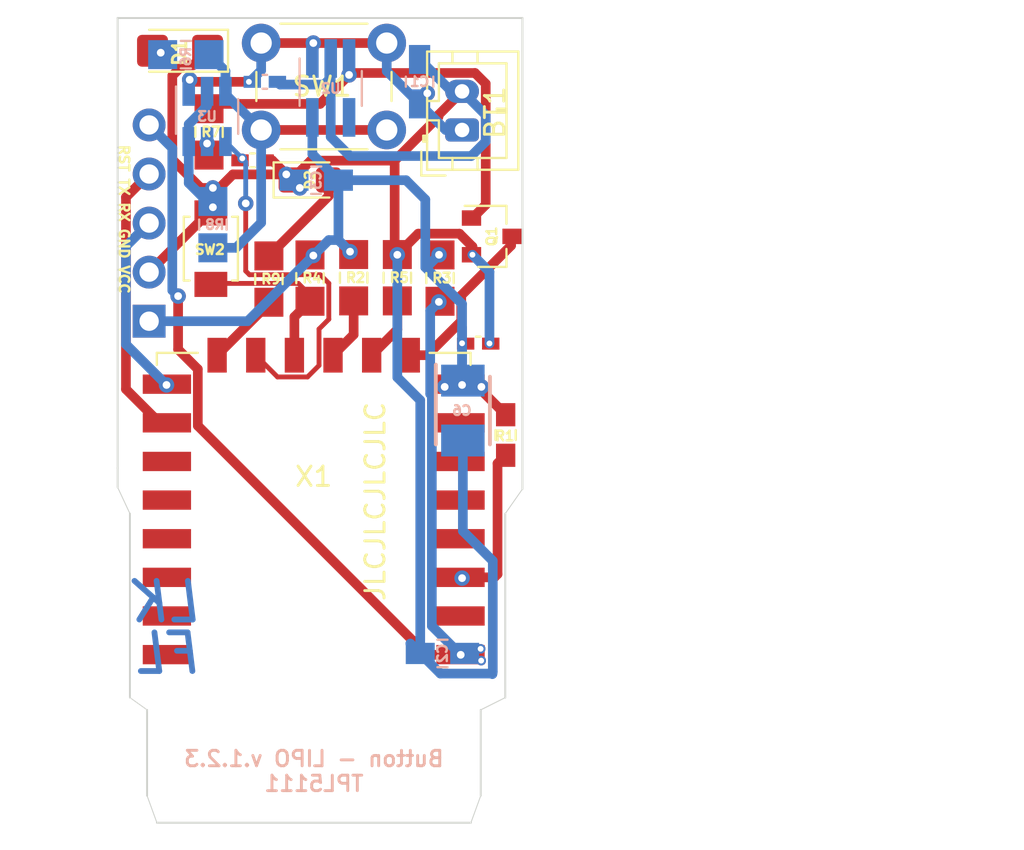
<source format=kicad_pcb>
(kicad_pcb (version 20171130) (host pcbnew "(5.1.9)-1")

  (general
    (thickness 1.6)
    (drawings 23)
    (tracks 194)
    (zones 0)
    (modules 26)
    (nets 19)
  )

  (page A4)
  (layers
    (0 F.Cu signal)
    (31 B.Cu signal)
    (32 B.Adhes user)
    (33 F.Adhes user)
    (34 B.Paste user)
    (35 F.Paste user)
    (36 B.SilkS user)
    (37 F.SilkS user)
    (38 B.Mask user)
    (39 F.Mask user)
    (40 Dwgs.User user)
    (41 Cmts.User user)
    (42 Eco1.User user)
    (43 Eco2.User user)
    (44 Edge.Cuts user)
    (45 Margin user)
    (46 B.CrtYd user hide)
    (47 F.CrtYd user hide)
    (48 B.Fab user hide)
    (49 F.Fab user)
  )

  (setup
    (last_trace_width 0.25)
    (user_trace_width 0.5)
    (trace_clearance 0.1)
    (zone_clearance 0.508)
    (zone_45_only no)
    (trace_min 0.2)
    (via_size 0.8)
    (via_drill 0.4)
    (via_min_size 0.4)
    (via_min_drill 0.3)
    (user_via 0.5 0.3)
    (uvia_size 0.3)
    (uvia_drill 0.1)
    (uvias_allowed no)
    (uvia_min_size 0.2)
    (uvia_min_drill 0.1)
    (edge_width 0.05)
    (segment_width 0.2)
    (pcb_text_width 0.3)
    (pcb_text_size 1.5 1.5)
    (mod_edge_width 0.12)
    (mod_text_size 1 1)
    (mod_text_width 0.15)
    (pad_size 1.524 1.524)
    (pad_drill 0.762)
    (pad_to_mask_clearance 0.051)
    (solder_mask_min_width 0.25)
    (aux_axis_origin 0 0)
    (visible_elements 7FFFFFFF)
    (pcbplotparams
      (layerselection 0x010fc_ffffffff)
      (usegerberextensions false)
      (usegerberattributes false)
      (usegerberadvancedattributes true)
      (creategerberjobfile false)
      (excludeedgelayer true)
      (linewidth 0.150000)
      (plotframeref false)
      (viasonmask false)
      (mode 1)
      (useauxorigin true)
      (hpglpennumber 1)
      (hpglpenspeed 20)
      (hpglpendiameter 15.000000)
      (psnegative false)
      (psa4output false)
      (plotreference true)
      (plotvalue true)
      (plotinvisibletext false)
      (padsonsilk false)
      (subtractmaskfromsilk false)
      (outputformat 1)
      (mirror false)
      (drillshape 0)
      (scaleselection 1)
      (outputdirectory "Gerber/"))
  )

  (net 0 "")
  (net 1 /VCC)
  (net 2 /GND)
  (net 3 /RST)
  (net 4 /RX)
  (net 5 /TX)
  (net 6 /EN)
  (net 7 /GPIO2)
  (net 8 /GPIO0)
  (net 9 "Net-(BT1-Pad1)")
  (net 10 /GPIO15)
  (net 11 "Net-(R7-Pad2)")
  (net 12 /GPIO4)
  (net 13 "Net-(D2-Pad2)")
  (net 14 /GPIO5)
  (net 15 "Net-(D1-Pad2)")
  (net 16 "Net-(R6-Pad2)")
  (net 17 "Net-(Q1-Pad1)")
  (net 18 /GND_ESP)

  (net_class Default "This is the default net class."
    (clearance 0.1)
    (trace_width 0.25)
    (via_dia 0.8)
    (via_drill 0.4)
    (uvia_dia 0.3)
    (uvia_drill 0.1)
    (add_net /EN)
    (add_net /GND)
    (add_net /GND_ESP)
    (add_net /GPIO0)
    (add_net /GPIO15)
    (add_net /GPIO2)
    (add_net /GPIO4)
    (add_net /GPIO5)
    (add_net /RST)
    (add_net /RX)
    (add_net /TX)
    (add_net /VCC)
    (add_net "Net-(BT1-Pad1)")
    (add_net "Net-(D1-Pad2)")
    (add_net "Net-(D2-Pad2)")
    (add_net "Net-(Q1-Pad1)")
    (add_net "Net-(R6-Pad2)")
    (add_net "Net-(R7-Pad2)")
  )

  (module handsolder:LED_0805_2012Metric_Castellated_mod (layer F.Cu) (tedit 60359125) (tstamp 6032680B)
    (at 125.5295 69.088)
    (descr "LED SMD 0805 (2012 Metric), castellated end terminal, IPC_7351 nominal, (Body size source: https://docs.google.com/spreadsheets/d/1BsfQQcO9C6DZCsRaXUlFlo91Tg2WpOkGARC1WS5S8t0/edit?usp=sharing), generated with kicad-footprint-generator")
    (tags "LED castellated")
    (path /6032747F)
    (attr smd)
    (fp_text reference D2 (at 0 0 90) (layer F.SilkS)
      (effects (font (size 0.5 0.5) (thickness 0.125)))
    )
    (fp_text value LED (at 0 1.6 -180) (layer F.Fab)
      (effects (font (size 1 1) (thickness 0.15)))
    )
    (fp_line (start 1 -0.6) (end -0.7 -0.6) (layer F.Fab) (width 0.1))
    (fp_line (start -0.7 -0.6) (end -1 -0.3) (layer F.Fab) (width 0.1))
    (fp_line (start -1 -0.3) (end -1 0.6) (layer F.Fab) (width 0.1))
    (fp_line (start -1 0.6) (end 1 0.6) (layer F.Fab) (width 0.1))
    (fp_line (start 1 0.6) (end 1 -0.6) (layer F.Fab) (width 0.1))
    (fp_line (start 1 -0.91) (end -1.885 -0.91) (layer F.SilkS) (width 0.12))
    (fp_line (start -1.885 -0.91) (end -1.885 0.91) (layer F.SilkS) (width 0.12))
    (fp_line (start -1.885 0.91) (end 1 0.91) (layer F.SilkS) (width 0.12))
    (fp_line (start -1.88 0.9) (end -1.88 -0.9) (layer F.CrtYd) (width 0.05))
    (fp_line (start -1.88 -0.9) (end 1.88 -0.9) (layer F.CrtYd) (width 0.05))
    (fp_line (start 1.88 -0.9) (end 1.88 0.9) (layer F.CrtYd) (width 0.05))
    (fp_line (start 1.88 0.9) (end -1.88 0.9) (layer F.CrtYd) (width 0.05))
    (fp_text user %R (at 0 0 -180) (layer F.Fab)
      (effects (font (size 0.5 0.5) (thickness 0.08)))
    )
    (pad 2 smd roundrect (at 0.9625 0) (size 1.325 1.3) (layers F.Cu F.Paste F.Mask) (roundrect_rratio 0.1923076923076923)
      (net 13 "Net-(D2-Pad2)"))
    (pad 1 smd roundrect (at -0.9625 0) (size 1.325 1.3) (layers F.Cu F.Paste F.Mask) (roundrect_rratio 0.1923076923076923)
      (net 2 /GND))
    (model ${KISYS3DMOD}/LED_SMD.3dshapes/LED_0805_2012Metric_Castellated.wrl
      (at (xyz 0 0 0))
      (scale (xyz 1 1 1))
      (rotate (xyz 0 0 0))
    )
  )

  (module handsolder:SOT-23 (layer F.Cu) (tedit 6035930F) (tstamp 60357771)
    (at 134.9375 72.009)
    (descr "SOT-23, Standard")
    (tags SOT-23)
    (path /6035A1B7)
    (attr smd)
    (fp_text reference Q1 (at 0 0 90) (layer F.SilkS)
      (effects (font (size 0.5 0.5) (thickness 0.125)))
    )
    (fp_text value mmbt2222 (at 0 2.5) (layer F.Fab)
      (effects (font (size 1 1) (thickness 0.15)))
    )
    (fp_line (start -0.7 -0.95) (end -0.7 1.5) (layer F.Fab) (width 0.1))
    (fp_line (start -0.15 -1.52) (end 0.7 -1.52) (layer F.Fab) (width 0.1))
    (fp_line (start -0.7 -0.95) (end -0.15 -1.52) (layer F.Fab) (width 0.1))
    (fp_line (start 0.7 -1.52) (end 0.7 1.52) (layer F.Fab) (width 0.1))
    (fp_line (start -0.7 1.52) (end 0.7 1.52) (layer F.Fab) (width 0.1))
    (fp_line (start 0.76 1.58) (end 0.76 0.65) (layer F.SilkS) (width 0.12))
    (fp_line (start 0.76 -1.58) (end 0.76 -0.65) (layer F.SilkS) (width 0.12))
    (fp_line (start -1.7 -1.75) (end 1.7 -1.75) (layer F.CrtYd) (width 0.05))
    (fp_line (start 1.7 -1.75) (end 1.7 1.75) (layer F.CrtYd) (width 0.05))
    (fp_line (start 1.7 1.75) (end -1.7 1.75) (layer F.CrtYd) (width 0.05))
    (fp_line (start -1.7 1.75) (end -1.7 -1.75) (layer F.CrtYd) (width 0.05))
    (fp_line (start 0.76 -1.58) (end -1.4 -1.58) (layer F.SilkS) (width 0.12))
    (fp_line (start 0.76 1.58) (end -0.7 1.58) (layer F.SilkS) (width 0.12))
    (fp_text user %R (at 0 0 90) (layer F.Fab)
      (effects (font (size 0.5 0.5) (thickness 0.075)))
    )
    (pad 3 smd rect (at 1.05 0) (size 1 0.8) (layers F.Cu F.Paste F.Mask)
      (net 18 /GND_ESP))
    (pad 2 smd rect (at -1.05 0.95) (size 1 0.8) (layers F.Cu F.Paste F.Mask)
      (net 2 /GND))
    (pad 1 smd rect (at -1.05 -0.95) (size 1 0.8) (layers F.Cu F.Paste F.Mask)
      (net 17 "Net-(Q1-Pad1)"))
    (model ${KISYS3DMOD}/Package_TO_SOT_SMD.3dshapes/SOT-23.wrl
      (at (xyz 0 0 0))
      (scale (xyz 1 1 1))
      (rotate (xyz 0 0 0))
    )
  )

  (module handsolder:C_0402_1005Metric_Pad0.74x0.62mm_HandSoldermod (layer F.Cu) (tedit 6036714F) (tstamp 6036D391)
    (at 134.23392 77.56144)
    (descr "Capacitor SMD 0402 (1005 Metric), square (rectangular) end terminal, IPC_7351 nominal with elongated pad for handsoldering. (Body size source: IPC-SM-782 page 76, https://www.pcb-3d.com/wordpress/wp-content/uploads/ipc-sm-782a_amendment_1_and_2.pdf), generated with kicad-footprint-generator")
    (tags "capacitor handsolder")
    (path /60367DF2)
    (attr smd)
    (fp_text reference C7 (at 0 0) (layer F.SilkS) hide
      (effects (font (size 0.5 0.5) (thickness 0.125)))
    )
    (fp_text value 100nF (at 0 1.16) (layer F.Fab)
      (effects (font (size 1 1) (thickness 0.15)))
    )
    (fp_line (start -0.5 0.25) (end -0.5 -0.25) (layer F.Fab) (width 0.1))
    (fp_line (start -0.5 -0.25) (end 0.5 -0.25) (layer F.Fab) (width 0.1))
    (fp_line (start 0.5 -0.25) (end 0.5 0.25) (layer F.Fab) (width 0.1))
    (fp_line (start 0.5 0.25) (end -0.5 0.25) (layer F.Fab) (width 0.1))
    (fp_line (start -0.115835 -0.36) (end 0.115835 -0.36) (layer F.SilkS) (width 0.12))
    (fp_line (start -1.08 0.46) (end -1.08 -0.46) (layer F.CrtYd) (width 0.05))
    (fp_line (start -1.08 -0.46) (end 1.08 -0.46) (layer F.CrtYd) (width 0.05))
    (fp_line (start 1.08 -0.46) (end 1.08 0.46) (layer F.CrtYd) (width 0.05))
    (fp_line (start 1.08 0.46) (end -1.08 0.46) (layer F.CrtYd) (width 0.05))
    (fp_text user %R (at 0 0) (layer F.Fab)
      (effects (font (size 0.25 0.25) (thickness 0.04)))
    )
    (pad 2 smd rect (at 0.65 0) (size 0.9 0.62) (layers F.Cu F.Paste F.Mask)
      (net 2 /GND))
    (pad 1 smd rect (at -0.65 0) (size 0.9 0.62) (layers F.Cu F.Paste F.Mask)
      (net 1 /VCC))
    (model ${KISYS3DMOD}/Capacitor_SMD.3dshapes/C_0402_1005Metric.wrl
      (at (xyz 0 0 0))
      (scale (xyz 1 1 1))
      (rotate (xyz 0 0 0))
    )
  )

  (module SamacSys_Parts:CAPPM3528X210N (layer B.Cu) (tedit 60364A5B) (tstamp 603690AB)
    (at 133.44144 81.026 270)
    (descr T495B-10)
    (tags "Capacitor Polarised")
    (path /60364150)
    (attr smd)
    (fp_text reference C6 (at 0 0.05) (layer B.SilkS)
      (effects (font (size 0.5 0.5) (thickness 0.125)) (justify mirror))
    )
    (fp_text value TAJB476M010TNJ (at 0 0 270) (layer B.SilkS) hide
      (effects (font (size 1.27 1.27) (thickness 0.254)) (justify mirror))
    )
    (fp_line (start -2.625 1.75) (end 2.625 1.75) (layer B.CrtYd) (width 0.05))
    (fp_line (start 2.625 1.75) (end 2.625 -1.75) (layer B.CrtYd) (width 0.05))
    (fp_line (start 2.625 -1.75) (end -2.625 -1.75) (layer B.CrtYd) (width 0.05))
    (fp_line (start -2.625 -1.75) (end -2.625 1.75) (layer B.CrtYd) (width 0.05))
    (fp_line (start -1.75 1.4) (end 1.75 1.4) (layer B.Fab) (width 0.1))
    (fp_line (start 1.75 1.4) (end 1.75 -1.4) (layer B.Fab) (width 0.1))
    (fp_line (start 1.75 -1.4) (end -1.75 -1.4) (layer B.Fab) (width 0.1))
    (fp_line (start -1.75 -1.4) (end -1.75 1.4) (layer B.Fab) (width 0.1))
    (fp_line (start -1.75 0.575) (end -0.925 1.4) (layer B.Fab) (width 0.1))
    (fp_line (start 1.75 1.4) (end -2.375 1.4) (layer B.SilkS) (width 0.2))
    (fp_line (start -1.75 -1.4) (end 1.75 -1.4) (layer B.SilkS) (width 0.2))
    (fp_text user %R (at 0 0 270) (layer B.Fab)
      (effects (font (size 1.27 1.27) (thickness 0.254)) (justify mirror))
    )
    (pad 2 smd rect (at 1.55 0 270) (size 1.65 2.25) (layers B.Cu B.Paste B.Mask)
      (net 2 /GND))
    (pad 1 smd rect (at -1.55 0 270) (size 1.65 2.25) (layers B.Cu B.Paste B.Mask)
      (net 1 /VCC))
    (model "C:\\Program Files\\KiCad\\SamacSys_Parts.3dshapes\\T495B476K006ATE450.stp"
      (at (xyz 0 0 0))
      (scale (xyz 1 1 1))
      (rotate (xyz 0 0 0))
    )
  )

  (module handsolder:SOT-23-6handsoldering (layer B.Cu) (tedit 603591F5) (tstamp 6032696B)
    (at 120.2 65.8 270)
    (descr "6-pin SOT-23 package")
    (tags SOT-23-6)
    (path /6031B6A7)
    (attr smd)
    (fp_text reference U3 (at 0 0 180) (layer B.SilkS)
      (effects (font (size 0.5 0.5) (thickness 0.125)) (justify mirror))
    )
    (fp_text value TPL5111 (at 0 -2.9 270) (layer B.Fab)
      (effects (font (size 1 1) (thickness 0.15)) (justify mirror))
    )
    (fp_line (start 0.9 1.55) (end 0.9 -1.55) (layer B.Fab) (width 0.1))
    (fp_line (start 0.9 -1.55) (end -0.9 -1.55) (layer B.Fab) (width 0.1))
    (fp_line (start -0.9 0.9) (end -0.9 -1.55) (layer B.Fab) (width 0.1))
    (fp_line (start 0.9 1.55) (end -0.25 1.55) (layer B.Fab) (width 0.1))
    (fp_line (start -0.9 0.9) (end -0.25 1.55) (layer B.Fab) (width 0.1))
    (fp_line (start -1.9 1.8) (end -1.9 -1.8) (layer B.CrtYd) (width 0.05))
    (fp_line (start -1.9 -1.8) (end 1.9 -1.8) (layer B.CrtYd) (width 0.05))
    (fp_line (start 1.9 -1.8) (end 1.9 1.8) (layer B.CrtYd) (width 0.05))
    (fp_line (start 1.9 1.8) (end -1.9 1.8) (layer B.CrtYd) (width 0.05))
    (fp_line (start 0.9 1.61) (end -1.55 1.61) (layer B.SilkS) (width 0.12))
    (fp_line (start -0.9 -1.61) (end 0.9 -1.61) (layer B.SilkS) (width 0.12))
    (fp_text user %R (at 0 0) (layer B.Fab)
      (effects (font (size 0.5 0.5) (thickness 0.075)) (justify mirror))
    )
    (pad 5 smd rect (at 1.3 0 270) (size 1.5 0.65) (layers B.Cu B.Paste B.Mask)
      (net 11 "Net-(R7-Pad2)"))
    (pad 6 smd rect (at 1.3 0.95 270) (size 1.5 0.65) (layers B.Cu B.Paste B.Mask)
      (net 2 /GND))
    (pad 4 smd rect (at 1.3 -0.95 270) (size 1.5 0.65) (layers B.Cu B.Paste B.Mask)
      (net 12 /GPIO4))
    (pad 3 smd rect (at -1.3 -0.95 270) (size 1.5 0.65) (layers B.Cu B.Paste B.Mask)
      (net 16 "Net-(R6-Pad2)"))
    (pad 2 smd rect (at -1.3 0 270) (size 1.5 0.65) (layers B.Cu B.Paste B.Mask)
      (net 2 /GND))
    (pad 1 smd rect (at -1.3 0.95 270) (size 1.5 0.65) (layers B.Cu B.Paste B.Mask)
      (net 9 "Net-(BT1-Pad1)"))
    (model ${KISYS3DMOD}/Package_TO_SOT_SMD.3dshapes/SOT-23-6.wrl
      (at (xyz 0 0 0))
      (scale (xyz 1 1 1))
      (rotate (xyz 0 0 0))
    )
  )

  (module handsolder:SOT-23-5_HandSolderingmod (layer B.Cu) (tedit 6035922E) (tstamp 60326955)
    (at 126.6 64.35 270)
    (descr "5-pin SOT23 package")
    (tags "SOT-23-5 hand-soldering")
    (path /602F5FBE)
    (attr smd)
    (fp_text reference U2 (at 0 0 180) (layer B.SilkS)
      (effects (font (size 0.5 0.5) (thickness 0.125)) (justify mirror))
    )
    (fp_text value AP2112K-3.3 (at 10.287 -1.143 90) (layer B.SilkS) hide
      (effects (font (size 1 1) (thickness 0.15)) (justify mirror))
    )
    (fp_line (start 2.38 -1.8) (end -2.38 -1.8) (layer B.CrtYd) (width 0.05))
    (fp_line (start 2.38 -1.8) (end 2.38 1.8) (layer B.CrtYd) (width 0.05))
    (fp_line (start -2.38 1.8) (end -2.38 -1.8) (layer B.CrtYd) (width 0.05))
    (fp_line (start -2.38 1.8) (end 2.38 1.8) (layer B.CrtYd) (width 0.05))
    (fp_line (start 0.9 1.55) (end 0.9 -1.55) (layer B.Fab) (width 0.1))
    (fp_line (start 0.9 -1.55) (end -0.9 -1.55) (layer B.Fab) (width 0.1))
    (fp_line (start -0.9 0.9) (end -0.9 -1.55) (layer B.Fab) (width 0.1))
    (fp_line (start 0.9 1.55) (end -0.25 1.55) (layer B.Fab) (width 0.1))
    (fp_line (start -0.9 0.9) (end -0.25 1.55) (layer B.Fab) (width 0.1))
    (fp_line (start 0.9 1.61) (end -1.55 1.61) (layer B.SilkS) (width 0.12))
    (fp_line (start -0.9 -1.61) (end 0.9 -1.61) (layer B.SilkS) (width 0.12))
    (fp_text user %R (at 0 0) (layer B.Fab)
      (effects (font (size 0.5 0.5) (thickness 0.075)) (justify mirror))
    )
    (pad 5 smd rect (at 1.5 0.95 270) (size 2 0.65) (layers B.Cu B.Paste B.Mask)
      (net 1 /VCC))
    (pad 4 smd rect (at 1.5 -0.95 270) (size 2 0.65) (layers B.Cu B.Paste B.Mask))
    (pad 3 smd rect (at -1.55 -0.95 270) (size 2 0.65) (layers B.Cu B.Paste B.Mask)
      (net 17 "Net-(Q1-Pad1)"))
    (pad 2 smd trapezoid (at -1.55 0 270) (size 2 0.65) (layers B.Cu B.Paste B.Mask)
      (net 2 /GND))
    (pad 1 smd rect (at -1.55 0.95 270) (size 2 0.65) (layers B.Cu B.Paste B.Mask)
      (net 9 "Net-(BT1-Pad1)"))
    (model ${KISYS3DMOD}/Package_TO_SOT_SMD.3dshapes/SOT-23-5.wrl
      (at (xyz 0 0 0))
      (scale (xyz 1 1 1))
      (rotate (xyz 0 0 0))
    )
  )

  (module handsolder:C_0805_2012handsodermod (layer B.Cu) (tedit 603591CC) (tstamp 603267C3)
    (at 131.2 64 270)
    (descr "Capacitor SMD 0805 (2012 Metric), square (rectangular) end terminal, IPC_7351 nominal with elongated pad for handsoldering. (Body size source: https://docs.google.com/spreadsheets/d/1BsfQQcO9C6DZCsRaXUlFlo91Tg2WpOkGARC1WS5S8t0/edit?usp=sharing), generated with kicad-footprint-generator")
    (tags "capacitor handsolder")
    (path /602D0C1F)
    (attr smd)
    (fp_text reference C1 (at 0 0 180) (layer B.SilkS)
      (effects (font (size 0.5 0.5) (thickness 0.125)) (justify mirror))
    )
    (fp_text value 10uF (at 0 -1.65 90) (layer B.Fab) hide
      (effects (font (size 1 1) (thickness 0.15)) (justify mirror))
    )
    (fp_line (start 2.05 -0.95) (end -2 -0.95) (layer B.CrtYd) (width 0.05))
    (fp_line (start 2.05 0.95) (end 2.05 -0.95) (layer B.CrtYd) (width 0.05))
    (fp_line (start -2 0.95) (end 2.05 0.95) (layer B.CrtYd) (width 0.05))
    (fp_line (start -2 -0.95) (end -2 0.95) (layer B.CrtYd) (width 0.05))
    (fp_line (start -0.261252 -0.71) (end 0.261252 -0.71) (layer B.SilkS) (width 0.12))
    (fp_line (start -0.261252 0.71) (end 0.261252 0.71) (layer B.SilkS) (width 0.12))
    (fp_line (start 1 -0.6) (end -1 -0.6) (layer B.Fab) (width 0.1))
    (fp_line (start 1 0.6) (end 1 -0.6) (layer B.Fab) (width 0.1))
    (fp_line (start -1 0.6) (end 1 0.6) (layer B.Fab) (width 0.1))
    (fp_line (start -1 -0.6) (end -1 0.6) (layer B.Fab) (width 0.1))
    (fp_text user %R (at 0 0 90) (layer B.Fab)
      (effects (font (size 0.5 0.5) (thickness 0.08)) (justify mirror))
    )
    (pad 2 smd rect (at 1.15 0 270) (size 1.5 1.1) (layers B.Cu B.Paste B.Mask)
      (net 9 "Net-(BT1-Pad1)"))
    (pad 1 smd rect (at -1.15 0 270) (size 1.5 1.1) (layers B.Cu B.Paste B.Mask)
      (net 2 /GND))
    (model ${KISYS3DMOD}/Capacitor_SMD.3dshapes/C_0805_2012Metric.wrl
      (at (xyz 0 0 0))
      (scale (xyz 1 1 1))
      (rotate (xyz 0 0 0))
    )
  )

  (module handsolder:C_0805_2012handsodermod (layer B.Cu) (tedit 603591CC) (tstamp 603267E5)
    (at 125.85 69.1)
    (descr "Capacitor SMD 0805 (2012 Metric), square (rectangular) end terminal, IPC_7351 nominal with elongated pad for handsoldering. (Body size source: https://docs.google.com/spreadsheets/d/1BsfQQcO9C6DZCsRaXUlFlo91Tg2WpOkGARC1WS5S8t0/edit?usp=sharing), generated with kicad-footprint-generator")
    (tags "capacitor handsolder")
    (path /602E3D4A)
    (attr smd)
    (fp_text reference C3 (at 0 0 -90) (layer B.SilkS)
      (effects (font (size 0.5 0.5) (thickness 0.125)) (justify mirror))
    )
    (fp_text value 10uF (at 0 -1.65) (layer B.Fab) hide
      (effects (font (size 1 1) (thickness 0.15)) (justify mirror))
    )
    (fp_line (start 2.05 -0.95) (end -2 -0.95) (layer B.CrtYd) (width 0.05))
    (fp_line (start 2.05 0.95) (end 2.05 -0.95) (layer B.CrtYd) (width 0.05))
    (fp_line (start -2 0.95) (end 2.05 0.95) (layer B.CrtYd) (width 0.05))
    (fp_line (start -2 -0.95) (end -2 0.95) (layer B.CrtYd) (width 0.05))
    (fp_line (start -0.261252 -0.71) (end 0.261252 -0.71) (layer B.SilkS) (width 0.12))
    (fp_line (start -0.261252 0.71) (end 0.261252 0.71) (layer B.SilkS) (width 0.12))
    (fp_line (start 1 -0.6) (end -1 -0.6) (layer B.Fab) (width 0.1))
    (fp_line (start 1 0.6) (end 1 -0.6) (layer B.Fab) (width 0.1))
    (fp_line (start -1 0.6) (end 1 0.6) (layer B.Fab) (width 0.1))
    (fp_line (start -1 -0.6) (end -1 0.6) (layer B.Fab) (width 0.1))
    (fp_text user %R (at 0 0) (layer B.Fab)
      (effects (font (size 0.5 0.5) (thickness 0.08)) (justify mirror))
    )
    (pad 2 smd rect (at 1.15 0) (size 1.5 1.1) (layers B.Cu B.Paste B.Mask)
      (net 1 /VCC))
    (pad 1 smd rect (at -1.15 0) (size 1.5 1.1) (layers B.Cu B.Paste B.Mask)
      (net 2 /GND))
    (model ${KISYS3DMOD}/Capacitor_SMD.3dshapes/C_0805_2012Metric.wrl
      (at (xyz 0 0 0))
      (scale (xyz 1 1 1))
      (rotate (xyz 0 0 0))
    )
  )

  (module handsolder:C_0805_2012handsodermod (layer B.Cu) (tedit 603591CC) (tstamp 603267D4)
    (at 132.3848 93.599)
    (descr "Capacitor SMD 0805 (2012 Metric), square (rectangular) end terminal, IPC_7351 nominal with elongated pad for handsoldering. (Body size source: https://docs.google.com/spreadsheets/d/1BsfQQcO9C6DZCsRaXUlFlo91Tg2WpOkGARC1WS5S8t0/edit?usp=sharing), generated with kicad-footprint-generator")
    (tags "capacitor handsolder")
    (path /602C896A)
    (attr smd)
    (fp_text reference C2 (at 0 0 -90) (layer B.SilkS)
      (effects (font (size 0.5 0.5) (thickness 0.125)) (justify mirror))
    )
    (fp_text value 100nF (at 0 -1.65) (layer B.Fab) hide
      (effects (font (size 1 1) (thickness 0.15)) (justify mirror))
    )
    (fp_line (start 2.05 -0.95) (end -2 -0.95) (layer B.CrtYd) (width 0.05))
    (fp_line (start 2.05 0.95) (end 2.05 -0.95) (layer B.CrtYd) (width 0.05))
    (fp_line (start -2 0.95) (end 2.05 0.95) (layer B.CrtYd) (width 0.05))
    (fp_line (start -2 -0.95) (end -2 0.95) (layer B.CrtYd) (width 0.05))
    (fp_line (start -0.261252 -0.71) (end 0.261252 -0.71) (layer B.SilkS) (width 0.12))
    (fp_line (start -0.261252 0.71) (end 0.261252 0.71) (layer B.SilkS) (width 0.12))
    (fp_line (start 1 -0.6) (end -1 -0.6) (layer B.Fab) (width 0.1))
    (fp_line (start 1 0.6) (end 1 -0.6) (layer B.Fab) (width 0.1))
    (fp_line (start -1 0.6) (end 1 0.6) (layer B.Fab) (width 0.1))
    (fp_line (start -1 -0.6) (end -1 0.6) (layer B.Fab) (width 0.1))
    (fp_text user %R (at 0 0) (layer B.Fab)
      (effects (font (size 0.5 0.5) (thickness 0.08)) (justify mirror))
    )
    (pad 2 smd rect (at 1.15 0) (size 1.5 1.1) (layers B.Cu B.Paste B.Mask)
      (net 3 /RST))
    (pad 1 smd rect (at -1.15 0) (size 1.5 1.1) (layers B.Cu B.Paste B.Mask)
      (net 2 /GND))
    (model ${KISYS3DMOD}/Capacitor_SMD.3dshapes/C_0805_2012Metric.wrl
      (at (xyz 0 0 0))
      (scale (xyz 1 1 1))
      (rotate (xyz 0 0 0))
    )
  )

  (module handsolder:R_0805_2012handsoldermod (layer B.Cu) (tedit 60358F22) (tstamp 603268E1)
    (at 120.5 71.4 90)
    (descr "Resistor SMD 0805 (2012 Metric), square (rectangular) end terminal, IPC_7351 nominal with elongated pad for handsoldering. (Body size source: https://docs.google.com/spreadsheets/d/1BsfQQcO9C6DZCsRaXUlFlo91Tg2WpOkGARC1WS5S8t0/edit?usp=sharing), generated with kicad-footprint-generator")
    (tags "resistor handsolder")
    (path /6031EA78)
    (attr smd)
    (fp_text reference R8 (at 0 0.1 180) (layer B.SilkS)
      (effects (font (size 0.5 0.5) (thickness 0.125)) (justify mirror))
    )
    (fp_text value 10k (at 0 -1.65 90) (layer B.Fab) hide
      (effects (font (size 1 1) (thickness 0.15)) (justify mirror))
    )
    (fp_line (start 2.05 -0.95) (end -2.05 -0.95) (layer B.CrtYd) (width 0.05))
    (fp_line (start 2.05 0.95) (end 2.05 -0.95) (layer B.CrtYd) (width 0.05))
    (fp_line (start -2.05 0.95) (end 2.05 0.95) (layer B.CrtYd) (width 0.05))
    (fp_line (start -2.05 -0.95) (end -2.05 0.95) (layer B.CrtYd) (width 0.05))
    (fp_line (start -0.261252 -0.71) (end 0.261252 -0.71) (layer B.SilkS) (width 0.12))
    (fp_line (start -0.261252 0.71) (end 0.261252 0.71) (layer B.SilkS) (width 0.12))
    (fp_line (start 1 -0.6) (end -1 -0.6) (layer B.Fab) (width 0.1))
    (fp_line (start 1 0.6) (end 1 -0.6) (layer B.Fab) (width 0.1))
    (fp_line (start -1 0.6) (end 1 0.6) (layer B.Fab) (width 0.1))
    (fp_line (start -1 -0.6) (end -1 0.6) (layer B.Fab) (width 0.1))
    (fp_text user %R (at 0 0 90) (layer B.Fab)
      (effects (font (size 0.5 0.5) (thickness 0.08)) (justify mirror))
    )
    (pad 2 smd rect (at 1.2 0 90) (size 1.5 1.5) (layers B.Cu B.Paste B.Mask)
      (net 2 /GND))
    (pad 1 smd rect (at -1.2 0 90) (size 1.5 1.5) (layers B.Cu B.Paste B.Mask)
      (net 16 "Net-(R6-Pad2)"))
    (model ${KISYS3DMOD}/Resistor_SMD.3dshapes/R_0805_2012Metric.wrl
      (at (xyz 0 0 0))
      (scale (xyz 1 1 1))
      (rotate (xyz 0 0 0))
    )
  )

  (module handsolder:R_0805_2012handsoldermod (layer F.Cu) (tedit 60358F22) (tstamp 603268F2)
    (at 123.4 74.2188 270)
    (descr "Resistor SMD 0805 (2012 Metric), square (rectangular) end terminal, IPC_7351 nominal with elongated pad for handsoldering. (Body size source: https://docs.google.com/spreadsheets/d/1BsfQQcO9C6DZCsRaXUlFlo91Tg2WpOkGARC1WS5S8t0/edit?usp=sharing), generated with kicad-footprint-generator")
    (tags "resistor handsolder")
    (path /60325E7B)
    (attr smd)
    (fp_text reference R9 (at 0 -0.1) (layer F.SilkS)
      (effects (font (size 0.5 0.5) (thickness 0.125)))
    )
    (fp_text value 1k (at 0 1.65 90) (layer F.Fab) hide
      (effects (font (size 1 1) (thickness 0.15)))
    )
    (fp_line (start 2.05 0.95) (end -2.05 0.95) (layer F.CrtYd) (width 0.05))
    (fp_line (start 2.05 -0.95) (end 2.05 0.95) (layer F.CrtYd) (width 0.05))
    (fp_line (start -2.05 -0.95) (end 2.05 -0.95) (layer F.CrtYd) (width 0.05))
    (fp_line (start -2.05 0.95) (end -2.05 -0.95) (layer F.CrtYd) (width 0.05))
    (fp_line (start -0.261252 0.71) (end 0.261252 0.71) (layer F.SilkS) (width 0.12))
    (fp_line (start -0.261252 -0.71) (end 0.261252 -0.71) (layer F.SilkS) (width 0.12))
    (fp_line (start 1 0.6) (end -1 0.6) (layer F.Fab) (width 0.1))
    (fp_line (start 1 -0.6) (end 1 0.6) (layer F.Fab) (width 0.1))
    (fp_line (start -1 -0.6) (end 1 -0.6) (layer F.Fab) (width 0.1))
    (fp_line (start -1 0.6) (end -1 -0.6) (layer F.Fab) (width 0.1))
    (fp_text user %R (at 0 0 90) (layer F.Fab)
      (effects (font (size 0.5 0.5) (thickness 0.08)))
    )
    (pad 2 smd rect (at 1.2 0 270) (size 1.5 1.5) (layers F.Cu F.Paste F.Mask)
      (net 14 /GPIO5))
    (pad 1 smd rect (at -1.2 0 270) (size 1.5 1.5) (layers F.Cu F.Paste F.Mask)
      (net 13 "Net-(D2-Pad2)"))
    (model ${KISYS3DMOD}/Resistor_SMD.3dshapes/R_0805_2012Metric.wrl
      (at (xyz 0 0 0))
      (scale (xyz 1 1 1))
      (rotate (xyz 0 0 0))
    )
  )

  (module handsolder:R_0805_2012handsoldermod (layer F.Cu) (tedit 60358F22) (tstamp 603268D0)
    (at 120.3 66.6 270)
    (descr "Resistor SMD 0805 (2012 Metric), square (rectangular) end terminal, IPC_7351 nominal with elongated pad for handsoldering. (Body size source: https://docs.google.com/spreadsheets/d/1BsfQQcO9C6DZCsRaXUlFlo91Tg2WpOkGARC1WS5S8t0/edit?usp=sharing), generated with kicad-footprint-generator")
    (tags "resistor handsolder")
    (path /602F7A06)
    (attr smd)
    (fp_text reference R7 (at 0 -0.1) (layer F.SilkS)
      (effects (font (size 0.5 0.5) (thickness 0.125)))
    )
    (fp_text value 10k (at 0 1.65 90) (layer F.Fab) hide
      (effects (font (size 1 1) (thickness 0.15)))
    )
    (fp_line (start 2.05 0.95) (end -2.05 0.95) (layer F.CrtYd) (width 0.05))
    (fp_line (start 2.05 -0.95) (end 2.05 0.95) (layer F.CrtYd) (width 0.05))
    (fp_line (start -2.05 -0.95) (end 2.05 -0.95) (layer F.CrtYd) (width 0.05))
    (fp_line (start -2.05 0.95) (end -2.05 -0.95) (layer F.CrtYd) (width 0.05))
    (fp_line (start -0.261252 0.71) (end 0.261252 0.71) (layer F.SilkS) (width 0.12))
    (fp_line (start -0.261252 -0.71) (end 0.261252 -0.71) (layer F.SilkS) (width 0.12))
    (fp_line (start 1 0.6) (end -1 0.6) (layer F.Fab) (width 0.1))
    (fp_line (start 1 -0.6) (end 1 0.6) (layer F.Fab) (width 0.1))
    (fp_line (start -1 -0.6) (end 1 -0.6) (layer F.Fab) (width 0.1))
    (fp_line (start -1 0.6) (end -1 -0.6) (layer F.Fab) (width 0.1))
    (fp_text user %R (at 0 0 90) (layer F.Fab)
      (effects (font (size 0.5 0.5) (thickness 0.08)))
    )
    (pad 2 smd rect (at 1.2 0 270) (size 1.5 1.5) (layers F.Cu F.Paste F.Mask)
      (net 11 "Net-(R7-Pad2)"))
    (pad 1 smd rect (at -1.2 0 270) (size 1.5 1.5) (layers F.Cu F.Paste F.Mask)
      (net 17 "Net-(Q1-Pad1)"))
    (model ${KISYS3DMOD}/Resistor_SMD.3dshapes/R_0805_2012Metric.wrl
      (at (xyz 0 0 0))
      (scale (xyz 1 1 1))
      (rotate (xyz 0 0 0))
    )
  )

  (module handsolder:R_0805_2012handsoldermod (layer B.Cu) (tedit 60358F22) (tstamp 603268BF)
    (at 119.1 62.6)
    (descr "Resistor SMD 0805 (2012 Metric), square (rectangular) end terminal, IPC_7351 nominal with elongated pad for handsoldering. (Body size source: https://docs.google.com/spreadsheets/d/1BsfQQcO9C6DZCsRaXUlFlo91Tg2WpOkGARC1WS5S8t0/edit?usp=sharing), generated with kicad-footprint-generator")
    (tags "resistor handsolder")
    (path /602D454A)
    (attr smd)
    (fp_text reference R6 (at 0 0.1 -90) (layer B.SilkS)
      (effects (font (size 0.5 0.5) (thickness 0.125)) (justify mirror))
    )
    (fp_text value 1k (at 0 -1.65) (layer B.Fab) hide
      (effects (font (size 1 1) (thickness 0.15)) (justify mirror))
    )
    (fp_line (start 2.05 -0.95) (end -2.05 -0.95) (layer B.CrtYd) (width 0.05))
    (fp_line (start 2.05 0.95) (end 2.05 -0.95) (layer B.CrtYd) (width 0.05))
    (fp_line (start -2.05 0.95) (end 2.05 0.95) (layer B.CrtYd) (width 0.05))
    (fp_line (start -2.05 -0.95) (end -2.05 0.95) (layer B.CrtYd) (width 0.05))
    (fp_line (start -0.261252 -0.71) (end 0.261252 -0.71) (layer B.SilkS) (width 0.12))
    (fp_line (start -0.261252 0.71) (end 0.261252 0.71) (layer B.SilkS) (width 0.12))
    (fp_line (start 1 -0.6) (end -1 -0.6) (layer B.Fab) (width 0.1))
    (fp_line (start 1 0.6) (end 1 -0.6) (layer B.Fab) (width 0.1))
    (fp_line (start -1 0.6) (end 1 0.6) (layer B.Fab) (width 0.1))
    (fp_line (start -1 -0.6) (end -1 0.6) (layer B.Fab) (width 0.1))
    (fp_text user %R (at 0 0) (layer B.Fab)
      (effects (font (size 0.5 0.5) (thickness 0.08)) (justify mirror))
    )
    (pad 2 smd rect (at 1.2 0) (size 1.5 1.5) (layers B.Cu B.Paste B.Mask)
      (net 16 "Net-(R6-Pad2)"))
    (pad 1 smd rect (at -1.2 0) (size 1.5 1.5) (layers B.Cu B.Paste B.Mask)
      (net 15 "Net-(D1-Pad2)"))
    (model ${KISYS3DMOD}/Resistor_SMD.3dshapes/R_0805_2012Metric.wrl
      (at (xyz 0 0 0))
      (scale (xyz 1 1 1))
      (rotate (xyz 0 0 0))
    )
  )

  (module handsolder:R_0805_2012handsoldermod (layer F.Cu) (tedit 60358F22) (tstamp 603268AE)
    (at 130.048 74.1488 270)
    (descr "Resistor SMD 0805 (2012 Metric), square (rectangular) end terminal, IPC_7351 nominal with elongated pad for handsoldering. (Body size source: https://docs.google.com/spreadsheets/d/1BsfQQcO9C6DZCsRaXUlFlo91Tg2WpOkGARC1WS5S8t0/edit?usp=sharing), generated with kicad-footprint-generator")
    (tags "resistor handsolder")
    (path /602CA91E)
    (attr smd)
    (fp_text reference R5 (at 0 -0.1) (layer F.SilkS)
      (effects (font (size 0.5 0.5) (thickness 0.125)))
    )
    (fp_text value 4.7k (at 0 1.65 90) (layer F.Fab) hide
      (effects (font (size 1 1) (thickness 0.15)))
    )
    (fp_line (start 2.05 0.95) (end -2.05 0.95) (layer F.CrtYd) (width 0.05))
    (fp_line (start 2.05 -0.95) (end 2.05 0.95) (layer F.CrtYd) (width 0.05))
    (fp_line (start -2.05 -0.95) (end 2.05 -0.95) (layer F.CrtYd) (width 0.05))
    (fp_line (start -2.05 0.95) (end -2.05 -0.95) (layer F.CrtYd) (width 0.05))
    (fp_line (start -0.261252 0.71) (end 0.261252 0.71) (layer F.SilkS) (width 0.12))
    (fp_line (start -0.261252 -0.71) (end 0.261252 -0.71) (layer F.SilkS) (width 0.12))
    (fp_line (start 1 0.6) (end -1 0.6) (layer F.Fab) (width 0.1))
    (fp_line (start 1 -0.6) (end 1 0.6) (layer F.Fab) (width 0.1))
    (fp_line (start -1 -0.6) (end 1 -0.6) (layer F.Fab) (width 0.1))
    (fp_line (start -1 0.6) (end -1 -0.6) (layer F.Fab) (width 0.1))
    (fp_text user %R (at 0 0 90) (layer F.Fab)
      (effects (font (size 0.5 0.5) (thickness 0.08)))
    )
    (pad 2 smd rect (at 1.2 0 270) (size 1.5 1.5) (layers F.Cu F.Paste F.Mask)
      (net 10 /GPIO15))
    (pad 1 smd rect (at -1.2 0 270) (size 1.5 1.5) (layers F.Cu F.Paste F.Mask)
      (net 2 /GND))
    (model ${KISYS3DMOD}/Resistor_SMD.3dshapes/R_0805_2012Metric.wrl
      (at (xyz 0 0 0))
      (scale (xyz 1 1 1))
      (rotate (xyz 0 0 0))
    )
  )

  (module handsolder:R_0805_2012handsoldermod (layer F.Cu) (tedit 60358F22) (tstamp 6032689D)
    (at 125.5268 74.168 270)
    (descr "Resistor SMD 0805 (2012 Metric), square (rectangular) end terminal, IPC_7351 nominal with elongated pad for handsoldering. (Body size source: https://docs.google.com/spreadsheets/d/1BsfQQcO9C6DZCsRaXUlFlo91Tg2WpOkGARC1WS5S8t0/edit?usp=sharing), generated with kicad-footprint-generator")
    (tags "resistor handsolder")
    (path /602CA541)
    (attr smd)
    (fp_text reference R4 (at 0 -0.1) (layer F.SilkS)
      (effects (font (size 0.5 0.5) (thickness 0.125)))
    )
    (fp_text value 10k (at 0 1.65 90) (layer F.Fab) hide
      (effects (font (size 1 1) (thickness 0.15)))
    )
    (fp_line (start 2.05 0.95) (end -2.05 0.95) (layer F.CrtYd) (width 0.05))
    (fp_line (start 2.05 -0.95) (end 2.05 0.95) (layer F.CrtYd) (width 0.05))
    (fp_line (start -2.05 -0.95) (end 2.05 -0.95) (layer F.CrtYd) (width 0.05))
    (fp_line (start -2.05 0.95) (end -2.05 -0.95) (layer F.CrtYd) (width 0.05))
    (fp_line (start -0.261252 0.71) (end 0.261252 0.71) (layer F.SilkS) (width 0.12))
    (fp_line (start -0.261252 -0.71) (end 0.261252 -0.71) (layer F.SilkS) (width 0.12))
    (fp_line (start 1 0.6) (end -1 0.6) (layer F.Fab) (width 0.1))
    (fp_line (start 1 -0.6) (end 1 0.6) (layer F.Fab) (width 0.1))
    (fp_line (start -1 -0.6) (end 1 -0.6) (layer F.Fab) (width 0.1))
    (fp_line (start -1 0.6) (end -1 -0.6) (layer F.Fab) (width 0.1))
    (fp_text user %R (at 0 0 90) (layer F.Fab)
      (effects (font (size 0.5 0.5) (thickness 0.08)))
    )
    (pad 2 smd rect (at 1.2 0 270) (size 1.5 1.5) (layers F.Cu F.Paste F.Mask)
      (net 8 /GPIO0))
    (pad 1 smd rect (at -1.2 0 270) (size 1.5 1.5) (layers F.Cu F.Paste F.Mask)
      (net 1 /VCC))
    (model ${KISYS3DMOD}/Resistor_SMD.3dshapes/R_0805_2012Metric.wrl
      (at (xyz 0 0 0))
      (scale (xyz 1 1 1))
      (rotate (xyz 0 0 0))
    )
  )

  (module handsolder:R_0805_2012handsoldermod (layer F.Cu) (tedit 60358F22) (tstamp 6032688C)
    (at 132.2578 74.168 270)
    (descr "Resistor SMD 0805 (2012 Metric), square (rectangular) end terminal, IPC_7351 nominal with elongated pad for handsoldering. (Body size source: https://docs.google.com/spreadsheets/d/1BsfQQcO9C6DZCsRaXUlFlo91Tg2WpOkGARC1WS5S8t0/edit?usp=sharing), generated with kicad-footprint-generator")
    (tags "resistor handsolder")
    (path /602C7954)
    (attr smd)
    (fp_text reference R3 (at 0 -0.1) (layer F.SilkS)
      (effects (font (size 0.5 0.5) (thickness 0.125)))
    )
    (fp_text value 10k (at 0 1.65 90) (layer F.Fab) hide
      (effects (font (size 1 1) (thickness 0.15)))
    )
    (fp_line (start 2.05 0.95) (end -2.05 0.95) (layer F.CrtYd) (width 0.05))
    (fp_line (start 2.05 -0.95) (end 2.05 0.95) (layer F.CrtYd) (width 0.05))
    (fp_line (start -2.05 -0.95) (end 2.05 -0.95) (layer F.CrtYd) (width 0.05))
    (fp_line (start -2.05 0.95) (end -2.05 -0.95) (layer F.CrtYd) (width 0.05))
    (fp_line (start -0.261252 0.71) (end 0.261252 0.71) (layer F.SilkS) (width 0.12))
    (fp_line (start -0.261252 -0.71) (end 0.261252 -0.71) (layer F.SilkS) (width 0.12))
    (fp_line (start 1 0.6) (end -1 0.6) (layer F.Fab) (width 0.1))
    (fp_line (start 1 -0.6) (end 1 0.6) (layer F.Fab) (width 0.1))
    (fp_line (start -1 -0.6) (end 1 -0.6) (layer F.Fab) (width 0.1))
    (fp_line (start -1 0.6) (end -1 -0.6) (layer F.Fab) (width 0.1))
    (fp_text user %R (at 0 0 90) (layer F.Fab)
      (effects (font (size 0.5 0.5) (thickness 0.08)))
    )
    (pad 2 smd rect (at 1.2 0 270) (size 1.5 1.5) (layers F.Cu F.Paste F.Mask)
      (net 3 /RST))
    (pad 1 smd rect (at -1.2 0 270) (size 1.5 1.5) (layers F.Cu F.Paste F.Mask)
      (net 1 /VCC))
    (model ${KISYS3DMOD}/Resistor_SMD.3dshapes/R_0805_2012Metric.wrl
      (at (xyz 0 0 0))
      (scale (xyz 1 1 1))
      (rotate (xyz 0 0 0))
    )
  )

  (module handsolder:R_0805_2012handsoldermod (layer F.Cu) (tedit 60358F22) (tstamp 6032687B)
    (at 127.7874 74.1488 270)
    (descr "Resistor SMD 0805 (2012 Metric), square (rectangular) end terminal, IPC_7351 nominal with elongated pad for handsoldering. (Body size source: https://docs.google.com/spreadsheets/d/1BsfQQcO9C6DZCsRaXUlFlo91Tg2WpOkGARC1WS5S8t0/edit?usp=sharing), generated with kicad-footprint-generator")
    (tags "resistor handsolder")
    (path /602CC605)
    (attr smd)
    (fp_text reference R2 (at 0 -0.1) (layer F.SilkS)
      (effects (font (size 0.5 0.5) (thickness 0.125)))
    )
    (fp_text value 10k (at 0 1.65 90) (layer F.Fab) hide
      (effects (font (size 1 1) (thickness 0.15)))
    )
    (fp_line (start 2.05 0.95) (end -2.05 0.95) (layer F.CrtYd) (width 0.05))
    (fp_line (start 2.05 -0.95) (end 2.05 0.95) (layer F.CrtYd) (width 0.05))
    (fp_line (start -2.05 -0.95) (end 2.05 -0.95) (layer F.CrtYd) (width 0.05))
    (fp_line (start -2.05 0.95) (end -2.05 -0.95) (layer F.CrtYd) (width 0.05))
    (fp_line (start -0.261252 0.71) (end 0.261252 0.71) (layer F.SilkS) (width 0.12))
    (fp_line (start -0.261252 -0.71) (end 0.261252 -0.71) (layer F.SilkS) (width 0.12))
    (fp_line (start 1 0.6) (end -1 0.6) (layer F.Fab) (width 0.1))
    (fp_line (start 1 -0.6) (end 1 0.6) (layer F.Fab) (width 0.1))
    (fp_line (start -1 -0.6) (end 1 -0.6) (layer F.Fab) (width 0.1))
    (fp_line (start -1 0.6) (end -1 -0.6) (layer F.Fab) (width 0.1))
    (fp_text user %R (at 0 0 90) (layer F.Fab)
      (effects (font (size 0.5 0.5) (thickness 0.08)))
    )
    (pad 2 smd rect (at 1.2 0 270) (size 1.5 1.5) (layers F.Cu F.Paste F.Mask)
      (net 7 /GPIO2))
    (pad 1 smd rect (at -1.2 0 270) (size 1.5 1.5) (layers F.Cu F.Paste F.Mask)
      (net 1 /VCC))
    (model ${KISYS3DMOD}/Resistor_SMD.3dshapes/R_0805_2012Metric.wrl
      (at (xyz 0 0 0))
      (scale (xyz 1 1 1))
      (rotate (xyz 0 0 0))
    )
  )

  (module handsolder:R_0603_1608Metric_Pad0.98x0.95mm_HandSolder_mod (layer F.Cu) (tedit 603556D4) (tstamp 6035635E)
    (at 135.65632 82.29092 90)
    (descr "Resistor SMD 0603 (1608 Metric), square (rectangular) end terminal, IPC_7351 nominal with elongated pad for handsoldering. (Body size source: IPC-SM-782 page 72, https://www.pcb-3d.com/wordpress/wp-content/uploads/ipc-sm-782a_amendment_1_and_2.pdf), generated with kicad-footprint-generator")
    (tags "resistor handsolder")
    (path /603574BD)
    (attr smd)
    (fp_text reference R1 (at -0.05 -0.05) (layer F.SilkS)
      (effects (font (size 0.5 0.5) (thickness 0.125)))
    )
    (fp_text value 10k (at 0 1.43 90) (layer F.Fab)
      (effects (font (size 1 1) (thickness 0.15)))
    )
    (fp_line (start 1.65 0.73) (end -1.65 0.73) (layer F.CrtYd) (width 0.05))
    (fp_line (start 1.65 -0.73) (end 1.65 0.73) (layer F.CrtYd) (width 0.05))
    (fp_line (start -1.65 -0.73) (end 1.65 -0.73) (layer F.CrtYd) (width 0.05))
    (fp_line (start -1.65 0.73) (end -1.65 -0.73) (layer F.CrtYd) (width 0.05))
    (fp_line (start -0.254724 0.5225) (end 0.254724 0.5225) (layer F.SilkS) (width 0.12))
    (fp_line (start -0.254724 -0.5225) (end 0.254724 -0.5225) (layer F.SilkS) (width 0.12))
    (fp_line (start 0.8 0.4125) (end -0.8 0.4125) (layer F.Fab) (width 0.1))
    (fp_line (start 0.8 -0.4125) (end 0.8 0.4125) (layer F.Fab) (width 0.1))
    (fp_line (start -0.8 -0.4125) (end 0.8 -0.4125) (layer F.Fab) (width 0.1))
    (fp_line (start -0.8 0.4125) (end -0.8 -0.4125) (layer F.Fab) (width 0.1))
    (fp_text user %R (at 0 0 90) (layer F.Fab)
      (effects (font (size 0.4 0.4) (thickness 0.06)))
    )
    (pad 2 smd rect (at 1.05 0 90) (size 1.2 1) (layers F.Cu F.Paste F.Mask)
      (net 1 /VCC))
    (pad 1 smd rect (at -1.05 0 90) (size 1.2 1) (layers F.Cu F.Paste F.Mask)
      (net 6 /EN))
    (model ${KISYS3DMOD}/Resistor_SMD.3dshapes/R_0603_1608Metric.wrl
      (at (xyz 0 0 0))
      (scale (xyz 1 1 1))
      (rotate (xyz 0 0 0))
    )
  )

  (module handsolder:C_0402_1005Metric_Pad0.74x0.62mm_HandSoldermod (layer B.Cu) (tedit 60342830) (tstamp 6034F44F)
    (at 123.19 64.008)
    (descr "Capacitor SMD 0402 (1005 Metric), square (rectangular) end terminal, IPC_7351 nominal with elongated pad for handsoldering. (Body size source: IPC-SM-782 page 76, https://www.pcb-3d.com/wordpress/wp-content/uploads/ipc-sm-782a_amendment_1_and_2.pdf), generated with kicad-footprint-generator")
    (tags "capacitor handsolder")
    (path /6034F39F)
    (attr smd)
    (fp_text reference C5 (at -0.127 0.8255 180) (layer B.SilkS) hide
      (effects (font (size 0.5 0.5) (thickness 0.125)) (justify mirror))
    )
    (fp_text value 100nF (at 0 -1.16) (layer B.Fab)
      (effects (font (size 1 1) (thickness 0.15)) (justify mirror))
    )
    (fp_line (start 1.08 -0.46) (end -1.08 -0.46) (layer B.CrtYd) (width 0.05))
    (fp_line (start 1.08 0.46) (end 1.08 -0.46) (layer B.CrtYd) (width 0.05))
    (fp_line (start -1.08 0.46) (end 1.08 0.46) (layer B.CrtYd) (width 0.05))
    (fp_line (start -1.08 -0.46) (end -1.08 0.46) (layer B.CrtYd) (width 0.05))
    (fp_line (start -0.115835 -0.36) (end 0.115835 -0.36) (layer B.SilkS) (width 0.12))
    (fp_line (start -0.115835 0.36) (end 0.115835 0.36) (layer B.SilkS) (width 0.12))
    (fp_line (start 0.5 -0.25) (end -0.5 -0.25) (layer B.Fab) (width 0.1))
    (fp_line (start 0.5 0.25) (end 0.5 -0.25) (layer B.Fab) (width 0.1))
    (fp_line (start -0.5 0.25) (end 0.5 0.25) (layer B.Fab) (width 0.1))
    (fp_line (start -0.5 -0.25) (end -0.5 0.25) (layer B.Fab) (width 0.1))
    (fp_text user %R (at 0 0) (layer B.Fab)
      (effects (font (size 0.25 0.25) (thickness 0.04)) (justify mirror))
    )
    (pad 2 smd rect (at 0.65 0) (size 0.9 0.62) (layers B.Cu B.Paste B.Mask)
      (net 2 /GND))
    (pad 1 smd rect (at -0.65 0) (size 0.9 0.62) (layers B.Cu B.Paste B.Mask)
      (net 9 "Net-(BT1-Pad1)"))
    (model ${KISYS3DMOD}/Capacitor_SMD.3dshapes/C_0402_1005Metric.wrl
      (at (xyz 0 0 0))
      (scale (xyz 1 1 1))
      (rotate (xyz 0 0 0))
    )
  )

  (module Button_Switch_SMD:SW_SPST_B3U-1000P (layer F.Cu) (tedit 60353A91) (tstamp 6032692A)
    (at 120.396 72.644 90)
    (descr "Ultra-small-sized Tactile Switch with High Contact Reliability, Top-actuated Model, without Ground Terminal, without Boss")
    (tags "Tactile Switch")
    (path /602CDBD4)
    (attr smd)
    (fp_text reference SW2 (at -0.05 -0.05) (layer F.SilkS)
      (effects (font (size 0.5 0.5) (thickness 0.125)))
    )
    (fp_text value SW_Push (at 0 2.5 90) (layer F.Fab)
      (effects (font (size 1 1) (thickness 0.15)))
    )
    (fp_line (start -2.5 1.65) (end 2.5 1.65) (layer F.CrtYd) (width 0.05))
    (fp_line (start 2.5 1.65) (end 2.5 -1.65) (layer F.CrtYd) (width 0.05))
    (fp_line (start 2.5 -1.65) (end -2.5 -1.65) (layer F.CrtYd) (width 0.05))
    (fp_line (start -2.5 -1.65) (end -2.5 1.65) (layer F.CrtYd) (width 0.05))
    (fp_line (start -1.65 1.1) (end -1.65 1.4) (layer F.SilkS) (width 0.12))
    (fp_line (start -1.65 1.4) (end 1.65 1.4) (layer F.SilkS) (width 0.12))
    (fp_line (start 1.65 1.4) (end 1.65 1.1) (layer F.SilkS) (width 0.12))
    (fp_line (start -1.65 -1.1) (end -1.65 -1.4) (layer F.SilkS) (width 0.12))
    (fp_line (start -1.65 -1.4) (end 1.65 -1.4) (layer F.SilkS) (width 0.12))
    (fp_line (start 1.65 -1.4) (end 1.65 -1.1) (layer F.SilkS) (width 0.12))
    (fp_line (start -1.5 -1.25) (end 1.5 -1.25) (layer F.Fab) (width 0.1))
    (fp_line (start 1.5 -1.25) (end 1.5 1.25) (layer F.Fab) (width 0.1))
    (fp_line (start 1.5 1.25) (end -1.5 1.25) (layer F.Fab) (width 0.1))
    (fp_line (start -1.5 1.25) (end -1.5 -1.25) (layer F.Fab) (width 0.1))
    (fp_circle (center 0 0) (end 0.75 0) (layer F.Fab) (width 0.1))
    (fp_text user %R (at 0 -2.5 90) (layer F.Fab)
      (effects (font (size 1 1) (thickness 0.15)))
    )
    (pad 2 smd rect (at 1.85 0 90) (size 1.3 1.7) (layers F.Cu F.Paste F.Mask)
      (net 2 /GND))
    (pad 1 smd rect (at -1.85 0 90) (size 1.3 1.7) (layers F.Cu F.Paste F.Mask)
      (net 8 /GPIO0))
    (model ${KISYS3DMOD}/Button_Switch_SMD.3dshapes/SW_SPST_B3U-1000P.wrl
      (at (xyz 0 0 0))
      (scale (xyz 1 1 1))
      (rotate (xyz 0 0 0))
    )
  )

  (module Connector_PinSocket_2.54mm:PinSocket_1x05_P2.54mm_Vertical (layer F.Cu) (tedit 603537B0) (tstamp 60326824)
    (at 117.2 76.4 180)
    (descr "Through hole straight socket strip, 1x05, 2.54mm pitch, single row (from Kicad 4.0.7), script generated")
    (tags "Through hole socket strip THT 1x05 2.54mm single row")
    (path /60301345)
    (fp_text reference J1 (at 0 -2.77) (layer F.SilkS) hide
      (effects (font (size 1 1) (thickness 0.15)))
    )
    (fp_text value Conn_01x05_Female (at 0 12.93) (layer F.Fab)
      (effects (font (size 1 1) (thickness 0.15)))
    )
    (fp_line (start -1.27 -1.27) (end 0.635 -1.27) (layer F.Fab) (width 0.1))
    (fp_line (start 0.635 -1.27) (end 1.27 -0.635) (layer F.Fab) (width 0.1))
    (fp_line (start 1.27 -0.635) (end 1.27 11.43) (layer F.Fab) (width 0.1))
    (fp_line (start 1.27 11.43) (end -1.27 11.43) (layer F.Fab) (width 0.1))
    (fp_line (start -1.27 11.43) (end -1.27 -1.27) (layer F.Fab) (width 0.1))
    (fp_line (start -1.8 -1.8) (end 1.75 -1.8) (layer F.CrtYd) (width 0.05))
    (fp_line (start 1.75 -1.8) (end 1.75 11.9) (layer F.CrtYd) (width 0.05))
    (fp_line (start 1.75 11.9) (end -1.8 11.9) (layer F.CrtYd) (width 0.05))
    (fp_line (start -1.8 11.9) (end -1.8 -1.8) (layer F.CrtYd) (width 0.05))
    (fp_text user %R (at 0 5.08 90) (layer F.Fab)
      (effects (font (size 1 1) (thickness 0.15)))
    )
    (pad 5 thru_hole oval (at 0 10.16 180) (size 1.7 1.7) (drill 1) (layers *.Cu *.Mask)
      (net 3 /RST))
    (pad 4 thru_hole oval (at 0 7.62 180) (size 1.7 1.7) (drill 1) (layers *.Cu *.Mask)
      (net 5 /TX))
    (pad 3 thru_hole oval (at 0 5.08 180) (size 1.7 1.7) (drill 1) (layers *.Cu *.Mask)
      (net 4 /RX))
    (pad 2 thru_hole oval (at 0 2.54 180) (size 1.7 1.7) (drill 1) (layers *.Cu *.Mask)
      (net 2 /GND))
    (pad 1 thru_hole rect (at 0 0 180) (size 1.7 1.7) (drill 1) (layers *.Cu *.Mask)
      (net 1 /VCC))
    (model ${KISYS3DMOD}/Connector_PinSocket_2.54mm.3dshapes/PinSocket_1x05_P2.54mm_Vertical.wrl
      (at (xyz 0 0 0))
      (scale (xyz 1 1 1))
      (rotate (xyz 0 0 0))
    )
  )

  (module Button_Switch_THT:SW_PUSH_6mm_H8mm (layer F.Cu) (tedit 60353762) (tstamp 60326911)
    (at 123 62)
    (descr "tactile push button, 6x6mm e.g. PHAP33xx series, height=8mm")
    (tags "tact sw push 6mm")
    (path /602CFCB7)
    (fp_text reference SW1 (at 3.15 2.25) (layer F.SilkS)
      (effects (font (size 1 1) (thickness 0.15)))
    )
    (fp_text value SW_Push (at 3.75 6.7) (layer F.Fab)
      (effects (font (size 1 1) (thickness 0.15)))
    )
    (fp_line (start 3.25 -0.75) (end 6.25 -0.75) (layer F.Fab) (width 0.1))
    (fp_line (start 6.25 -0.75) (end 6.25 5.25) (layer F.Fab) (width 0.1))
    (fp_line (start 6.25 5.25) (end 0.25 5.25) (layer F.Fab) (width 0.1))
    (fp_line (start 0.25 5.25) (end 0.25 -0.75) (layer F.Fab) (width 0.1))
    (fp_line (start 0.25 -0.75) (end 3.25 -0.75) (layer F.Fab) (width 0.1))
    (fp_line (start 7.75 6) (end 8 6) (layer F.CrtYd) (width 0.05))
    (fp_line (start 8 6) (end 8 5.75) (layer F.CrtYd) (width 0.05))
    (fp_line (start 7.75 -1.5) (end 8 -1.5) (layer F.CrtYd) (width 0.05))
    (fp_line (start 8 -1.5) (end 8 -1.25) (layer F.CrtYd) (width 0.05))
    (fp_line (start -1.5 -1.25) (end -1.5 -1.5) (layer F.CrtYd) (width 0.05))
    (fp_line (start -1.5 -1.5) (end -1.25 -1.5) (layer F.CrtYd) (width 0.05))
    (fp_line (start -1.5 5.75) (end -1.5 6) (layer F.CrtYd) (width 0.05))
    (fp_line (start -1.5 6) (end -1.25 6) (layer F.CrtYd) (width 0.05))
    (fp_line (start -1.25 -1.5) (end 7.75 -1.5) (layer F.CrtYd) (width 0.05))
    (fp_line (start -1.5 5.75) (end -1.5 -1.25) (layer F.CrtYd) (width 0.05))
    (fp_line (start 7.75 6) (end -1.25 6) (layer F.CrtYd) (width 0.05))
    (fp_line (start 8 -1.25) (end 8 5.75) (layer F.CrtYd) (width 0.05))
    (fp_line (start 1 5.5) (end 5.5 5.5) (layer F.SilkS) (width 0.12))
    (fp_line (start -0.25 1.5) (end -0.25 3) (layer F.SilkS) (width 0.12))
    (fp_line (start 5.5 -1) (end 1 -1) (layer F.SilkS) (width 0.12))
    (fp_line (start 6.75 3) (end 6.75 1.5) (layer F.SilkS) (width 0.12))
    (fp_circle (center 3.25 2.25) (end 1.25 2.5) (layer F.Fab) (width 0.1))
    (fp_text user %R (at 3.25 2.25) (layer F.Fab)
      (effects (font (size 1 1) (thickness 0.15)))
    )
    (pad 1 thru_hole circle (at 6.5 0 90) (size 2 2) (drill 1.1) (layers *.Cu *.Mask)
      (net 9 "Net-(BT1-Pad1)"))
    (pad 2 thru_hole circle (at 6.5 4.5 90) (size 2 2) (drill 1.1) (layers *.Cu *.Mask)
      (net 16 "Net-(R6-Pad2)"))
    (pad 1 thru_hole circle (at 0 0 90) (size 2 2) (drill 1.1) (layers *.Cu *.Mask)
      (net 9 "Net-(BT1-Pad1)"))
    (pad 2 thru_hole circle (at 0 4.5 90) (size 2 2) (drill 1.1) (layers *.Cu *.Mask)
      (net 16 "Net-(R6-Pad2)"))
    (model ${KISYS3DMOD}/Button_Switch_THT.3dshapes/SW_PUSH_6mm_H8mm.wrl
      (at (xyz 0 0 0))
      (scale (xyz 1 1 1))
      (rotate (xyz 0 0 0))
    )
  )

  (module handsolder:ESP-12Elesssilk (layer F.Cu) (tedit 60343770) (tstamp 603269A6)
    (at 125.72 90.16 180)
    (descr "Wi-Fi Module, http://wiki.ai-thinker.com/_media/esp8266/docs/aithinker_esp_12f_datasheet_en.pdf")
    (tags "Wi-Fi Module")
    (path /602C0443)
    (attr smd)
    (fp_text reference X1 (at 0 5.715 180) (layer F.SilkS)
      (effects (font (size 1 1) (thickness 0.15)))
    )
    (fp_text value ESP-12E (at -0.06 -12.78 180) (layer F.Fab)
      (effects (font (size 1 1) (thickness 0.15)))
    )
    (fp_line (start -8 -12) (end 8 -12) (layer F.Fab) (width 0.12))
    (fp_line (start 8 -12) (end 8 12) (layer F.Fab) (width 0.12))
    (fp_line (start 8 12) (end -8 12) (layer F.Fab) (width 0.12))
    (fp_line (start -8 12) (end -8 -3) (layer F.Fab) (width 0.12))
    (fp_line (start -8 -3) (end -7.5 -3.5) (layer F.Fab) (width 0.12))
    (fp_line (start -7.5 -3.5) (end -8 -4) (layer F.Fab) (width 0.12))
    (fp_line (start -8 -4) (end -8 -12) (layer F.Fab) (width 0.12))
    (fp_line (start -9.05 -12.2) (end 9.05 -12.2) (layer F.CrtYd) (width 0.05))
    (fp_line (start 9.05 -12.2) (end 9.05 13.1) (layer F.CrtYd) (width 0.05))
    (fp_line (start 9.05 13.1) (end -9.05 13.1) (layer F.CrtYd) (width 0.05))
    (fp_line (start -9.05 13.1) (end -9.05 -12.2) (layer F.CrtYd) (width 0.05))
    (fp_line (start 8.12 11.5) (end 8.12 12.12) (layer F.SilkS) (width 0.12))
    (fp_line (start 8.12 12.12) (end 6 12.12) (layer F.SilkS) (width 0.12))
    (fp_line (start -6 12.12) (end -8.12 12.12) (layer F.SilkS) (width 0.12))
    (fp_line (start -8.12 12.12) (end -8.12 11.5) (layer F.SilkS) (width 0.12))
    (fp_line (start -8.12 -12.12) (end 8.12 -12.12) (layer Dwgs.User) (width 0.12))
    (fp_line (start 8.12 -12.12) (end 8.12 -4.8) (layer Dwgs.User) (width 0.12))
    (fp_line (start 8.12 -4.8) (end -8.12 -4.8) (layer Dwgs.User) (width 0.12))
    (fp_line (start -8.12 -4.8) (end -8.12 -12.12) (layer Dwgs.User) (width 0.12))
    (fp_line (start -8.12 -9.12) (end -5.12 -12.12) (layer Dwgs.User) (width 0.12))
    (fp_line (start -8.12 -6.12) (end -2.12 -12.12) (layer Dwgs.User) (width 0.12))
    (fp_line (start -6.44 -4.8) (end 0.88 -12.12) (layer Dwgs.User) (width 0.12))
    (fp_line (start -3.44 -4.8) (end 3.88 -12.12) (layer Dwgs.User) (width 0.12))
    (fp_line (start -0.44 -4.8) (end 6.88 -12.12) (layer Dwgs.User) (width 0.12))
    (fp_line (start 2.56 -4.8) (end 8.12 -10.36) (layer Dwgs.User) (width 0.12))
    (fp_line (start 5.56 -4.8) (end 8.12 -7.36) (layer Dwgs.User) (width 0.12))
    (fp_text user %R (at 0.49 -0.8 180) (layer F.Fab)
      (effects (font (size 1 1) (thickness 0.15)))
    )
    (fp_text user "KEEP-OUT ZONE" (at 0.03 -9.55) (layer Cmts.User)
      (effects (font (size 1 1) (thickness 0.15)))
    )
    (fp_text user Antenna (at -0.06 -7) (layer Cmts.User)
      (effects (font (size 1 1) (thickness 0.15)))
    )
    (pad 22 smd rect (at 7.6 -3.5 180) (size 2.5 1) (layers F.Cu F.Paste F.Mask))
    (pad 21 smd rect (at 7.6 -1.5 180) (size 2.5 1) (layers F.Cu F.Paste F.Mask))
    (pad 20 smd rect (at 7.6 0.5 180) (size 2.5 1) (layers F.Cu F.Paste F.Mask))
    (pad 19 smd rect (at 7.6 2.5 180) (size 2.5 1) (layers F.Cu F.Paste F.Mask))
    (pad 18 smd rect (at 7.6 4.5 180) (size 2.5 1) (layers F.Cu F.Paste F.Mask))
    (pad 17 smd rect (at 7.6 6.5 180) (size 2.5 1) (layers F.Cu F.Paste F.Mask))
    (pad 16 smd rect (at 7.6 8.5 180) (size 2.5 1) (layers F.Cu F.Paste F.Mask)
      (net 5 /TX))
    (pad 15 smd rect (at 7.6 10.5 180) (size 2.5 1) (layers F.Cu F.Paste F.Mask)
      (net 4 /RX))
    (pad 14 smd rect (at 5 12 180) (size 1 1.8) (layers F.Cu F.Paste F.Mask)
      (net 14 /GPIO5))
    (pad 13 smd rect (at 3 12 180) (size 1 1.8) (layers F.Cu F.Paste F.Mask)
      (net 12 /GPIO4))
    (pad 12 smd rect (at 1 12 180) (size 1 1.8) (layers F.Cu F.Paste F.Mask)
      (net 8 /GPIO0))
    (pad 11 smd rect (at -1 12 180) (size 1 1.8) (layers F.Cu F.Paste F.Mask)
      (net 7 /GPIO2))
    (pad 10 smd rect (at -3 12 180) (size 1 1.8) (layers F.Cu F.Paste F.Mask)
      (net 10 /GPIO15))
    (pad 9 smd rect (at -5 12 180) (size 1 1.8) (layers F.Cu F.Paste F.Mask)
      (net 18 /GND_ESP))
    (pad 8 smd rect (at -7.6 10.5 180) (size 2.5 1) (layers F.Cu F.Paste F.Mask)
      (net 1 /VCC))
    (pad 7 smd rect (at -7.6 8.5 180) (size 2.5 1) (layers F.Cu F.Paste F.Mask))
    (pad 6 smd rect (at -7.6 6.5 180) (size 2.5 1) (layers F.Cu F.Paste F.Mask))
    (pad 5 smd rect (at -7.6 4.5 180) (size 2.5 1) (layers F.Cu F.Paste F.Mask))
    (pad 4 smd rect (at -7.6 2.5 180) (size 2.5 1) (layers F.Cu F.Paste F.Mask))
    (pad 3 smd rect (at -7.6 0.5 180) (size 2.5 1) (layers F.Cu F.Paste F.Mask)
      (net 6 /EN))
    (pad 2 smd rect (at -7.6 -1.5 180) (size 2.5 1) (layers F.Cu F.Paste F.Mask))
    (pad 1 smd rect (at -7.6 -3.5 180) (size 2.5 1) (layers F.Cu F.Paste F.Mask)
      (net 3 /RST))
    (model ${KISYS3DMOD}/RF_Module.3dshapes/ESP-12E.wrl
      (at (xyz 0 0 0))
      (scale (xyz 1 1 1))
      (rotate (xyz 0 0 0))
    )
  )

  (module Capacitor_SMD:C_0402_1005Metric_Pad0.74x0.62mm_HandSolder (layer F.Cu) (tedit 60342830) (tstamp 6034871F)
    (at 122.555 68.072)
    (descr "Capacitor SMD 0402 (1005 Metric), square (rectangular) end terminal, IPC_7351 nominal with elongated pad for handsoldering. (Body size source: IPC-SM-782 page 76, https://www.pcb-3d.com/wordpress/wp-content/uploads/ipc-sm-782a_amendment_1_and_2.pdf), generated with kicad-footprint-generator")
    (tags "capacitor handsolder")
    (path /6039298F)
    (attr smd)
    (fp_text reference C4 (at -0.127 1.016) (layer F.SilkS) hide
      (effects (font (size 1 1) (thickness 0.15)))
    )
    (fp_text value 10nf-100nf (at 0 1.16) (layer F.Fab)
      (effects (font (size 1 1) (thickness 0.15)))
    )
    (fp_line (start -0.5 0.25) (end -0.5 -0.25) (layer F.Fab) (width 0.1))
    (fp_line (start -0.5 -0.25) (end 0.5 -0.25) (layer F.Fab) (width 0.1))
    (fp_line (start 0.5 -0.25) (end 0.5 0.25) (layer F.Fab) (width 0.1))
    (fp_line (start 0.5 0.25) (end -0.5 0.25) (layer F.Fab) (width 0.1))
    (fp_line (start -0.115835 -0.36) (end 0.115835 -0.36) (layer F.SilkS) (width 0.12))
    (fp_line (start -0.115835 0.36) (end 0.115835 0.36) (layer F.SilkS) (width 0.12))
    (fp_line (start -1.08 0.46) (end -1.08 -0.46) (layer F.CrtYd) (width 0.05))
    (fp_line (start -1.08 -0.46) (end 1.08 -0.46) (layer F.CrtYd) (width 0.05))
    (fp_line (start 1.08 -0.46) (end 1.08 0.46) (layer F.CrtYd) (width 0.05))
    (fp_line (start 1.08 0.46) (end -1.08 0.46) (layer F.CrtYd) (width 0.05))
    (fp_text user %R (at 0 0) (layer F.Fab)
      (effects (font (size 0.25 0.25) (thickness 0.04)))
    )
    (pad 2 smd rect (at 0.65 0) (size 0.9 0.62) (layers F.Cu F.Paste F.Mask)
      (net 2 /GND))
    (pad 1 smd rect (at -0.65 0) (size 0.9 0.62) (layers F.Cu F.Paste F.Mask)
      (net 12 /GPIO4))
    (model ${KISYS3DMOD}/Capacitor_SMD.3dshapes/C_0402_1005Metric.wrl
      (at (xyz 0 0 0))
      (scale (xyz 1 1 1))
      (rotate (xyz 0 0 0))
    )
  )

  (module Connector_JST:JST_PH_B2B-PH-K_1x02_P2.00mm_Vertical (layer F.Cu) (tedit 5B7745C2) (tstamp 60326788)
    (at 133.4 66.5 90)
    (descr "JST PH series connector, B2B-PH-K (http://www.jst-mfg.com/product/pdf/eng/ePH.pdf), generated with kicad-footprint-generator")
    (tags "connector JST PH side entry")
    (path /602C3B33)
    (fp_text reference BT1 (at 0.9 1.7 -90) (layer F.SilkS)
      (effects (font (size 1 1) (thickness 0.15)))
    )
    (fp_text value Battery_Cell (at 1 4 -90) (layer F.Fab)
      (effects (font (size 1 1) (thickness 0.15)))
    )
    (fp_line (start 4.45 -2.2) (end -2.45 -2.2) (layer F.CrtYd) (width 0.05))
    (fp_line (start 4.45 3.3) (end 4.45 -2.2) (layer F.CrtYd) (width 0.05))
    (fp_line (start -2.45 3.3) (end 4.45 3.3) (layer F.CrtYd) (width 0.05))
    (fp_line (start -2.45 -2.2) (end -2.45 3.3) (layer F.CrtYd) (width 0.05))
    (fp_line (start 3.95 -1.7) (end -1.95 -1.7) (layer F.Fab) (width 0.1))
    (fp_line (start 3.95 2.8) (end 3.95 -1.7) (layer F.Fab) (width 0.1))
    (fp_line (start -1.95 2.8) (end 3.95 2.8) (layer F.Fab) (width 0.1))
    (fp_line (start -1.95 -1.7) (end -1.95 2.8) (layer F.Fab) (width 0.1))
    (fp_line (start -2.36 -2.11) (end -2.36 -0.86) (layer F.Fab) (width 0.1))
    (fp_line (start -1.11 -2.11) (end -2.36 -2.11) (layer F.Fab) (width 0.1))
    (fp_line (start -2.36 -2.11) (end -2.36 -0.86) (layer F.SilkS) (width 0.12))
    (fp_line (start -1.11 -2.11) (end -2.36 -2.11) (layer F.SilkS) (width 0.12))
    (fp_line (start 1 2.3) (end 1 1.8) (layer F.SilkS) (width 0.12))
    (fp_line (start 1.1 1.8) (end 1.1 2.3) (layer F.SilkS) (width 0.12))
    (fp_line (start 0.9 1.8) (end 1.1 1.8) (layer F.SilkS) (width 0.12))
    (fp_line (start 0.9 2.3) (end 0.9 1.8) (layer F.SilkS) (width 0.12))
    (fp_line (start 4.06 0.8) (end 3.45 0.8) (layer F.SilkS) (width 0.12))
    (fp_line (start 4.06 -0.5) (end 3.45 -0.5) (layer F.SilkS) (width 0.12))
    (fp_line (start -2.06 0.8) (end -1.45 0.8) (layer F.SilkS) (width 0.12))
    (fp_line (start -2.06 -0.5) (end -1.45 -0.5) (layer F.SilkS) (width 0.12))
    (fp_line (start 1.5 -1.2) (end 1.5 -1.81) (layer F.SilkS) (width 0.12))
    (fp_line (start 3.45 -1.2) (end 1.5 -1.2) (layer F.SilkS) (width 0.12))
    (fp_line (start 3.45 2.3) (end 3.45 -1.2) (layer F.SilkS) (width 0.12))
    (fp_line (start -1.45 2.3) (end 3.45 2.3) (layer F.SilkS) (width 0.12))
    (fp_line (start -1.45 -1.2) (end -1.45 2.3) (layer F.SilkS) (width 0.12))
    (fp_line (start 0.5 -1.2) (end -1.45 -1.2) (layer F.SilkS) (width 0.12))
    (fp_line (start 0.5 -1.81) (end 0.5 -1.2) (layer F.SilkS) (width 0.12))
    (fp_line (start -0.3 -1.91) (end -0.6 -1.91) (layer F.SilkS) (width 0.12))
    (fp_line (start -0.6 -2.01) (end -0.6 -1.81) (layer F.SilkS) (width 0.12))
    (fp_line (start -0.3 -2.01) (end -0.6 -2.01) (layer F.SilkS) (width 0.12))
    (fp_line (start -0.3 -1.81) (end -0.3 -2.01) (layer F.SilkS) (width 0.12))
    (fp_line (start 4.06 -1.81) (end -2.06 -1.81) (layer F.SilkS) (width 0.12))
    (fp_line (start 4.06 2.91) (end 4.06 -1.81) (layer F.SilkS) (width 0.12))
    (fp_line (start -2.06 2.91) (end 4.06 2.91) (layer F.SilkS) (width 0.12))
    (fp_line (start -2.06 -1.81) (end -2.06 2.91) (layer F.SilkS) (width 0.12))
    (fp_text user %R (at 1 1.5 -90) (layer F.Fab)
      (effects (font (size 1 1) (thickness 0.15)))
    )
    (pad 2 thru_hole oval (at 2 0 90) (size 1.2 1.75) (drill 0.75) (layers *.Cu *.Mask)
      (net 2 /GND))
    (pad 1 thru_hole roundrect (at 0 0 90) (size 1.2 1.75) (drill 0.75) (layers *.Cu *.Mask) (roundrect_rratio 0.208333)
      (net 9 "Net-(BT1-Pad1)"))
    (model ${KISYS3DMOD}/Connector_JST.3dshapes/JST_PH_B2B-PH-K_1x02_P2.00mm_Vertical.wrl
      (at (xyz 0 0 0))
      (scale (xyz 1 1 1))
      (rotate (xyz 0 0 0))
    )
  )

  (module LED_SMD:LED_1206_3216Metric_Castellated (layer F.Cu) (tedit 5F68FEF1) (tstamp 603267F8)
    (at 118.8 62.4 180)
    (descr "LED SMD 1206 (3216 Metric), castellated end terminal, IPC_7351 nominal, (Body size source: http://www.tortai-tech.com/upload/download/2011102023233369053.pdf), generated with kicad-footprint-generator")
    (tags "LED castellated")
    (path /602D28D1)
    (attr smd)
    (fp_text reference D1 (at 0.0176 -0.0922 90) (layer F.SilkS)
      (effects (font (size 0.7 0.7) (thickness 0.15)))
    )
    (fp_text value LED (at 0 1.78) (layer F.Fab)
      (effects (font (size 1 1) (thickness 0.15)))
    )
    (fp_line (start 2.48 1.08) (end -2.48 1.08) (layer F.CrtYd) (width 0.05))
    (fp_line (start 2.48 -1.08) (end 2.48 1.08) (layer F.CrtYd) (width 0.05))
    (fp_line (start -2.48 -1.08) (end 2.48 -1.08) (layer F.CrtYd) (width 0.05))
    (fp_line (start -2.48 1.08) (end -2.48 -1.08) (layer F.CrtYd) (width 0.05))
    (fp_line (start -2.485 1.085) (end 1.6 1.085) (layer F.SilkS) (width 0.12))
    (fp_line (start -2.485 -1.085) (end -2.485 1.085) (layer F.SilkS) (width 0.12))
    (fp_line (start 1.6 -1.085) (end -2.485 -1.085) (layer F.SilkS) (width 0.12))
    (fp_line (start 1.6 0.8) (end 1.6 -0.8) (layer F.Fab) (width 0.1))
    (fp_line (start -1.6 0.8) (end 1.6 0.8) (layer F.Fab) (width 0.1))
    (fp_line (start -1.6 -0.4) (end -1.6 0.8) (layer F.Fab) (width 0.1))
    (fp_line (start -1.2 -0.8) (end -1.6 -0.4) (layer F.Fab) (width 0.1))
    (fp_line (start 1.6 -0.8) (end -1.2 -0.8) (layer F.Fab) (width 0.1))
    (fp_text user %R (at 0 0) (layer F.Fab)
      (effects (font (size 0.8 0.8) (thickness 0.12)))
    )
    (pad 2 smd roundrect (at 1.425 0 180) (size 1.6 1.65) (layers F.Cu F.Paste F.Mask) (roundrect_rratio 0.15625)
      (net 15 "Net-(D1-Pad2)"))
    (pad 1 smd roundrect (at -1.425 0 180) (size 1.6 1.65) (layers F.Cu F.Paste F.Mask) (roundrect_rratio 0.15625)
      (net 2 /GND))
    (model ${KISYS3DMOD}/LED_SMD.3dshapes/LED_1206_3216Metric_Castellated.wrl
      (at (xyz 0 0 0))
      (scale (xyz 1 1 1))
      (rotate (xyz 0 0 0))
    )
  )

  (gr_text LK (at 118.11 90.932) (layer B.Cu) (tstamp 603440A4)
    (effects (font (size 2 2) (thickness 0.3) italic) (justify mirror))
  )
  (gr_text "V1.2.3\nONLY LIPO\nTIMER TPL5111" (at 150.8125 74.4855) (layer F.Fab)
    (effects (font (size 2 2) (thickness 0.3)))
  )
  (gr_text "RST TX RX GND VCC" (at 115.9 71.12 270) (layer F.SilkS)
    (effects (font (size 0.5 0.5) (thickness 0.125)))
  )
  (gr_line (start 115.57 60.706) (end 136.525 60.706) (layer Edge.Cuts) (width 0.1) (tstamp 60329047))
  (gr_line (start 133.858 102.362) (end 134.366 100.965) (layer Edge.Cuts) (width 0.05) (tstamp 60328FAC))
  (gr_line (start 117.094 100.965) (end 117.602 102.362) (layer Edge.Cuts) (width 0.05) (tstamp 60328FAB))
  (gr_line (start 134.366 96.52) (end 135.636 95.885) (layer Edge.Cuts) (width 0.05) (tstamp 60328ED2))
  (gr_line (start 134.366 96.52) (end 134.366 100.965) (layer Edge.Cuts) (width 0.1) (tstamp 60328EC5))
  (gr_line (start 136.525 85.09) (end 135.636 86.36) (layer Edge.Cuts) (width 0.05) (tstamp 60328EB9))
  (gr_line (start 135.636 86.36) (end 135.636 95.885) (layer Edge.Cuts) (width 0.1) (tstamp 60328EAB))
  (gr_line (start 136.525 80.645) (end 136.525 85.09) (layer Edge.Cuts) (width 0.1) (tstamp 60328E6D))
  (gr_line (start 136.525 78.105) (end 136.525 80.645) (layer Edge.Cuts) (width 0.1) (tstamp 60328E03))
  (gr_line (start 116.205 95.885) (end 117.094 96.52) (layer Edge.Cuts) (width 0.05) (tstamp 60328C85))
  (gr_line (start 116.205 95.885) (end 116.205 86.36) (layer Edge.Cuts) (width 0.1) (tstamp 60328C83))
  (gr_line (start 115.57 85) (end 116.205 86.36) (layer Edge.Cuts) (width 0.05) (tstamp 60328C79))
  (gr_line (start 115.57 85) (end 115.57 84) (layer Edge.Cuts) (width 0.1) (tstamp 60328C75))
  (gr_line (start 115.57 84) (end 115.57 60.706) (layer Edge.Cuts) (width 0.1) (tstamp 60328C73))
  (gr_text FL (at 118.237 93.599) (layer B.Cu)
    (effects (font (size 2 2) (thickness 0.3) italic) (justify mirror))
  )
  (gr_text "Button - LIPO v.1.2.3\nTPL5111\n" (at 125.73 99.695) (layer B.SilkS)
    (effects (font (size 0.8 0.8) (thickness 0.15)) (justify mirror))
  )
  (gr_text JLCJLCJLCJLC (at 128.905 85.725 90) (layer F.SilkS)
    (effects (font (size 1 1) (thickness 0.15)))
  )
  (gr_line (start 136.525 60.706) (end 136.525 78.105) (layer Edge.Cuts) (width 0.1))
  (gr_line (start 117.094 100.965) (end 117.094 96.52) (layer Edge.Cuts) (width 0.1))
  (gr_line (start 133.858 102.362) (end 117.602 102.362) (layer Edge.Cuts) (width 0.1))

  (via (at 134.4 79.8) (size 0.8) (drill 0.4) (layers F.Cu B.Cu) (net 1) (status 30))
  (via (at 132.5 79.8) (size 0.8) (drill 0.4) (layers F.Cu B.Cu) (net 1) (status 30))
  (segment (start 125.65 67.75) (end 127 69.1) (width 0.5) (layer B.Cu) (net 1) (status 20))
  (segment (start 125.65 65.85) (end 125.65 67.75) (width 0.5) (layer B.Cu) (net 1) (status 10))
  (segment (start 127 69.1) (end 127 72.2) (width 0.5) (layer B.Cu) (net 1) (status 10))
  (segment (start 127 72.2) (end 127.6 72.8) (width 0.5) (layer B.Cu) (net 1))
  (segment (start 127 72.2) (end 126.5 72.2) (width 0.5) (layer B.Cu) (net 1))
  (segment (start 126.5 72.2) (end 125.7 73) (width 0.5) (layer B.Cu) (net 1))
  (via (at 127.6 72.8) (size 0.8) (drill 0.4) (layers F.Cu B.Cu) (net 1) (status 30))
  (via (at 125.7 73) (size 0.8) (drill 0.4) (layers F.Cu B.Cu) (net 1) (status 30))
  (segment (start 133.4 75.510002) (end 133.4 79.7) (width 0.5) (layer B.Cu) (net 1))
  (via (at 133.4 79.7) (size 0.8) (drill 0.4) (layers F.Cu B.Cu) (net 1) (status 30))
  (segment (start 122.3 76.4) (end 125.7 73) (width 0.5) (layer B.Cu) (net 1))
  (segment (start 117.2 76.4) (end 122.3 76.4) (width 0.5) (layer B.Cu) (net 1) (status 10))
  (segment (start 131.497499 73.607501) (end 131.560999 73.607501) (width 0.5) (layer B.Cu) (net 1))
  (segment (start 131.497499 73.607501) (end 133.4 75.510002) (width 0.5) (layer B.Cu) (net 1))
  (segment (start 131.560999 73.607501) (end 132.207 72.9615) (width 0.5) (layer B.Cu) (net 1))
  (segment (start 132.207 72.9615) (end 132.207 72.9615) (width 0.5) (layer B.Cu) (net 1) (tstamp 60357A46))
  (via (at 132.207 72.9615) (size 0.8) (drill 0.4) (layers F.Cu B.Cu) (net 1))
  (segment (start 133.4 79.7) (end 133.4 77.54192) (width 0.5) (layer B.Cu) (net 1))
  (segment (start 127 69.1) (end 130.498 69.1) (width 0.5) (layer B.Cu) (net 1))
  (segment (start 130.498 69.1) (end 131.497499 70.099499) (width 0.5) (layer B.Cu) (net 1))
  (segment (start 131.497499 70.099499) (end 131.497499 73.607501) (width 0.5) (layer B.Cu) (net 1))
  (segment (start 134.1154 79.7) (end 135.65632 81.24092) (width 0.5) (layer F.Cu) (net 1))
  (segment (start 133.4 79.7) (end 134.1154 79.7) (width 0.5) (layer F.Cu) (net 1))
  (segment (start 133.4 77.54192) (end 133.4 76.7215) (width 0.5) (layer B.Cu) (net 1) (tstamp 6036D8C4))
  (via (at 133.4 77.54192) (size 0.5) (drill 0.3) (layers F.Cu B.Cu) (net 1))
  (via (at 134.81812 77.55128) (size 0.5) (drill 0.3) (layers F.Cu B.Cu) (net 2))
  (via (at 125 69.5) (size 0.8) (drill 0.4) (layers F.Cu B.Cu) (net 2) (status 30))
  (via (at 124.3 68.8) (size 0.8) (drill 0.4) (layers F.Cu B.Cu) (net 2) (status 30))
  (via (at 120.5 70.5) (size 0.8) (drill 0.4) (layers F.Cu B.Cu) (net 2) (status 30))
  (via (at 120.5 69.5) (size 0.8) (drill 0.4) (layers F.Cu B.Cu) (net 2) (status 30))
  (segment (start 119.25 69.25) (end 120.5 70.5) (width 0.5) (layer B.Cu) (net 2) (status 20))
  (segment (start 119.25 67.1) (end 119.25 69.25) (width 0.5) (layer B.Cu) (net 2) (status 10))
  (segment (start 132.85 64.5) (end 131.2 62.85) (width 0.5) (layer B.Cu) (net 2) (status 30))
  (segment (start 133.4 64.5) (end 132.85 64.5) (width 0.5) (layer B.Cu) (net 2) (status 30))
  (segment (start 120.2 65.255002) (end 120.2 64.5) (width 0.5) (layer B.Cu) (net 2) (status 20))
  (segment (start 119.25 66.205002) (end 120.2 65.255002) (width 0.5) (layer B.Cu) (net 2))
  (segment (start 119.25 67.1) (end 119.25 66.205002) (width 0.5) (layer B.Cu) (net 2) (status 10))
  (segment (start 127.594999 67.850001) (end 126.6 66.855002) (width 0.5) (layer B.Cu) (net 2))
  (segment (start 126.6 66.855002) (end 126.6 62.8) (width 0.5) (layer B.Cu) (net 2) (status 20))
  (segment (start 133.873545 67.850001) (end 127.594999 67.850001) (width 0.5) (layer B.Cu) (net 2))
  (segment (start 134.62501 67.098536) (end 133.873545 67.850001) (width 0.5) (layer B.Cu) (net 2))
  (segment (start 134.62501 65.72501) (end 134.62501 67.098536) (width 0.5) (layer B.Cu) (net 2))
  (segment (start 133.4 64.5) (end 134.62501 65.72501) (width 0.5) (layer B.Cu) (net 2) (status 10))
  (segment (start 125.56701 68.08799) (end 124.567 69.088) (width 0.5) (layer F.Cu) (net 2) (status 20))
  (segment (start 132.17499 65.823012) (end 129.910012 68.08799) (width 0.5) (layer F.Cu) (net 2))
  (segment (start 129.910012 68.08799) (end 125.56701 68.08799) (width 0.5) (layer F.Cu) (net 2))
  (segment (start 132.17499 65.72501) (end 132.17499 65.823012) (width 0.5) (layer F.Cu) (net 2))
  (segment (start 133.4 64.5) (end 132.17499 65.72501) (width 0.5) (layer F.Cu) (net 2) (status 10))
  (segment (start 121.54 68.8) (end 120.396 69.944) (width 0.5) (layer F.Cu) (net 2))
  (segment (start 124.3 68.8) (end 121.54 68.8) (width 0.5) (layer F.Cu) (net 2) (status 10))
  (segment (start 119.869998 69.5) (end 118.4 68.030002) (width 0.5) (layer F.Cu) (net 2))
  (segment (start 120.5 69.5) (end 119.869998 69.5) (width 0.5) (layer F.Cu) (net 2))
  (segment (start 118.94 63.149998) (end 119.475002 63.149998) (width 0.5) (layer F.Cu) (net 2))
  (segment (start 119.475002 63.149998) (end 120.225 62.4) (width 0.5) (layer F.Cu) (net 2) (status 20))
  (segment (start 118.4 63.689998) (end 118.94 63.149998) (width 0.5) (layer F.Cu) (net 2))
  (segment (start 118.4 68.030002) (end 118.4 63.689998) (width 0.5) (layer F.Cu) (net 2))
  (segment (start 120.396 70.664) (end 117.2 73.86) (width 0.5) (layer F.Cu) (net 2) (status 30))
  (segment (start 120.396 69.944) (end 120.396 70.664) (width 0.5) (layer F.Cu) (net 2) (status 20))
  (segment (start 129.910012 72.810812) (end 130.048 72.9488) (width 0.5) (layer F.Cu) (net 2) (status 30))
  (segment (start 129.910012 68.08799) (end 129.910012 72.810812) (width 0.5) (layer F.Cu) (net 2) (status 20))
  (segment (start 130.72 93.0842) (end 131.2348 93.599) (width 0.5) (layer B.Cu) (net 2) (status 30))
  (segment (start 123.572 68.072) (end 124.3 68.8) (width 0.5) (layer F.Cu) (net 2) (status 30))
  (segment (start 123.205 68.072) (end 123.572 68.072) (width 0.5) (layer F.Cu) (net 2) (status 30))
  (segment (start 126.255001 64.150001) (end 123.982001 64.150001) (width 0.5) (layer B.Cu) (net 2) (status 20))
  (segment (start 126.6 63.805002) (end 126.255001 64.150001) (width 0.5) (layer B.Cu) (net 2))
  (segment (start 126.6 62.8) (end 126.6 63.805002) (width 0.5) (layer B.Cu) (net 2) (status 10))
  (segment (start 123.982001 64.150001) (end 123.84 64.008) (width 0.5) (layer B.Cu) (net 2) (status 30))
  (segment (start 130.048 72.9488) (end 130.048 73.025) (width 0.5) (layer F.Cu) (net 2) (status 30))
  (segment (start 131.128801 71.867999) (end 130.048 72.9488) (width 0.5) (layer F.Cu) (net 2))
  (segment (start 133.266497 71.867999) (end 131.128801 71.867999) (width 0.5) (layer F.Cu) (net 2))
  (segment (start 133.9375 72.539002) (end 133.266497 71.867999) (width 0.5) (layer F.Cu) (net 2))
  (segment (start 133.9375 72.959) (end 133.9375 72.959) (width 0.5) (layer F.Cu) (net 2))
  (segment (start 131.2348 80.493345) (end 130.048 79.306545) (width 0.5) (layer B.Cu) (net 2))
  (segment (start 131.2348 93.599) (end 131.2348 80.493345) (width 0.5) (layer B.Cu) (net 2))
  (segment (start 130.048 79.306545) (end 130.048 72.9615) (width 0.5) (layer B.Cu) (net 2))
  (segment (start 130.048 72.9615) (end 130.048 72.9615) (width 0.5) (layer B.Cu) (net 2) (tstamp 60357A68))
  (via (at 130.048 72.9615) (size 0.8) (drill 0.4) (layers F.Cu B.Cu) (net 2))
  (segment (start 133.44144 82.476) (end 133.44144 87.25916) (width 0.5) (layer B.Cu) (net 2))
  (segment (start 134.990001 88.807721) (end 134.990001 94.549799) (width 0.5) (layer B.Cu) (net 2))
  (segment (start 133.44144 87.25916) (end 134.990001 88.807721) (width 0.5) (layer B.Cu) (net 2))
  (segment (start 134.969799 94.570001) (end 134.969799 94.666521) (width 0.5) (layer B.Cu) (net 2))
  (segment (start 134.990001 94.549799) (end 134.969799 94.570001) (width 0.5) (layer B.Cu) (net 2))
  (segment (start 134.969799 94.666521) (end 134.943678 94.6404) (width 0.5) (layer B.Cu) (net 2))
  (segment (start 132.2762 94.6404) (end 131.2348 93.599) (width 0.5) (layer B.Cu) (net 2))
  (segment (start 134.943678 94.6404) (end 132.2762 94.6404) (width 0.5) (layer B.Cu) (net 2))
  (segment (start 134.81812 77.55128) (end 134.81812 73.84288) (width 0.5) (layer B.Cu) (net 2))
  (segment (start 134.81812 73.84288) (end 133.93928 72.96404) (width 0.5) (layer B.Cu) (net 2))
  (segment (start 133.9375 72.959) (end 133.9375 72.539002) (width 0.5) (layer F.Cu) (net 2) (tstamp 6036D941))
  (via (at 133.9375 72.959) (size 0.5) (drill 0.3) (layers F.Cu B.Cu) (net 2))
  (via (at 132.2 75.4) (size 0.8) (drill 0.4) (layers F.Cu B.Cu) (net 3) (status 30))
  (via (at 133.33 93.67) (size 0.8) (drill 0.4) (layers F.Cu B.Cu) (net 3) (status 30))
  (via (at 134.36 93.36) (size 0.5) (drill 0.3) (layers F.Cu B.Cu) (net 3) (status 30))
  (via (at 134.39 93.97) (size 0.5) (drill 0.3) (layers F.Cu B.Cu) (net 3) (status 30))
  (segment (start 118.400001 67.440001) (end 118.400001 74.800001) (width 0.5) (layer B.Cu) (net 3))
  (segment (start 117.2 66.24) (end 118.400001 67.440001) (width 0.5) (layer B.Cu) (net 3) (status 10))
  (segment (start 118.400001 74.800001) (end 118.7 75.1) (width 0.5) (layer B.Cu) (net 3))
  (via (at 118.7 75.1) (size 0.8) (drill 0.4) (layers F.Cu B.Cu) (net 3))
  (segment (start 131.58 93.67) (end 133.33 93.67) (width 0.5) (layer F.Cu) (net 3) (status 20))
  (segment (start 119.720001 81.810001) (end 131.58 93.67) (width 0.5) (layer F.Cu) (net 3))
  (segment (start 119.720001 78.879999) (end 119.720001 81.810001) (width 0.5) (layer F.Cu) (net 3))
  (segment (start 118.7 77.859998) (end 119.720001 78.879999) (width 0.5) (layer F.Cu) (net 3))
  (segment (start 118.7 75.1) (end 118.7 77.859998) (width 0.5) (layer F.Cu) (net 3))
  (segment (start 131.834811 80.244813) (end 131.834811 92.174811) (width 0.5) (layer B.Cu) (net 3))
  (segment (start 131.749999 80.160001) (end 131.834811 80.244813) (width 0.5) (layer B.Cu) (net 3))
  (segment (start 131.834811 92.174811) (end 133.33 93.67) (width 0.5) (layer B.Cu) (net 3))
  (segment (start 131.749999 75.850001) (end 131.749999 80.160001) (width 0.5) (layer B.Cu) (net 3))
  (segment (start 132.2 75.4) (end 131.749999 75.850001) (width 0.5) (layer B.Cu) (net 3))
  (via (at 118.1 79.7) (size 0.8) (drill 0.4) (layers F.Cu B.Cu) (net 4) (status 30))
  (segment (start 115.999999 77.599999) (end 118.1 79.7) (width 0.5) (layer B.Cu) (net 4))
  (segment (start 117.2 71.32) (end 115.999999 72.520001) (width 0.5) (layer B.Cu) (net 4) (status 10))
  (segment (start 115.999999 72.520001) (end 115.999999 77.599999) (width 0.5) (layer B.Cu) (net 4))
  (segment (start 117.739998 81.66) (end 118.12 81.66) (width 0.5) (layer F.Cu) (net 5) (status 30))
  (segment (start 115.999999 79.920001) (end 117.739998 81.66) (width 0.5) (layer F.Cu) (net 5) (status 20))
  (segment (start 115.999999 69.980001) (end 115.999999 79.920001) (width 0.5) (layer F.Cu) (net 5))
  (segment (start 117.2 68.78) (end 115.999999 69.980001) (width 0.5) (layer F.Cu) (net 5) (status 10))
  (segment (start 133.4 89.7) (end 133.3 89.8) (width 0.5) (layer B.Cu) (net 6) (tstamp 60347D9F))
  (via (at 133.4 89.7) (size 0.8) (drill 0.4) (layers F.Cu B.Cu) (net 6) (status 30))
  (segment (start 135.07 89.66) (end 133.32 89.66) (width 0.5) (layer F.Cu) (net 6) (status 20))
  (segment (start 135.23599 89.49401) (end 135.07 89.66) (width 0.5) (layer F.Cu) (net 6))
  (segment (start 135.23599 83.76125) (end 135.23599 89.49401) (width 0.5) (layer F.Cu) (net 6))
  (segment (start 135.65632 83.34092) (end 135.23599 83.76125) (width 0.5) (layer F.Cu) (net 6))
  (segment (start 127.7874 77.0926) (end 126.72 78.16) (width 0.5) (layer F.Cu) (net 7) (status 20))
  (segment (start 127.7874 75.3488) (end 127.7874 77.0926) (width 0.5) (layer F.Cu) (net 7) (status 10))
  (segment (start 125.5268 75.368) (end 124.72 76.1748) (width 0.5) (layer F.Cu) (net 8) (status 10))
  (segment (start 124.72 76.1748) (end 124.72 78.16) (width 0.5) (layer F.Cu) (net 8) (status 20))
  (segment (start 125.5268 75.368) (end 125.5268 75.0443) (width 0.25) (layer F.Cu) (net 8) (status 30))
  (segment (start 120.446201 74.443799) (end 120.396 74.494) (width 0.25) (layer F.Cu) (net 8) (status 30))
  (segment (start 124.926299 74.443799) (end 120.446201 74.443799) (width 0.25) (layer F.Cu) (net 8) (status 20))
  (segment (start 125.5268 75.0443) (end 124.926299 74.443799) (width 0.25) (layer F.Cu) (net 8) (status 10))
  (via (at 131.6 64.6) (size 0.8) (drill 0.4) (layers F.Cu B.Cu) (net 9) (status 30))
  (segment (start 123 62) (end 125.7 62) (width 0.5) (layer F.Cu) (net 9) (status 10))
  (segment (start 125.7 62) (end 129.5 62) (width 0.5) (layer F.Cu) (net 9) (tstamp 60347B66) (status 20))
  (via (at 125.7 62) (size 0.8) (drill 0.4) (layers F.Cu B.Cu) (net 9) (status 30))
  (segment (start 132.55 66.5) (end 131.2 65.15) (width 0.5) (layer B.Cu) (net 9) (status 30))
  (segment (start 133.4 66.5) (end 132.55 66.5) (width 0.5) (layer B.Cu) (net 9) (status 30))
  (segment (start 129.5 63.45) (end 129.5 62) (width 0.5) (layer B.Cu) (net 9) (status 20))
  (segment (start 131.2 65.15) (end 129.5 63.45) (width 0.5) (layer B.Cu) (net 9) (status 10))
  (segment (start 119.300001 63.899999) (end 119.169999 63.899999) (width 0.5) (layer F.Cu) (net 9) (tstamp 60347C4D))
  (via (at 119.300001 63.899999) (size 0.8) (drill 0.4) (layers F.Cu B.Cu) (net 9) (status 30))
  (segment (start 123 63.415) (end 122.4075 64.0075) (width 0.5) (layer B.Cu) (net 9) (status 20))
  (segment (start 123 62) (end 123 63.415) (width 0.5) (layer B.Cu) (net 9) (status 10))
  (segment (start 122.4075 64.0075) (end 122.385 64.03) (width 0.5) (layer B.Cu) (net 9) (tstamp 60350393) (status 30))
  (segment (start 119.407502 64.0075) (end 119.300001 63.899999) (width 0.5) (layer F.Cu) (net 9))
  (segment (start 122.4075 64.0075) (end 122.365 64.0075) (width 0.5) (layer F.Cu) (net 9))
  (segment (start 122.365 64.0075) (end 119.407502 64.0075) (width 0.5) (layer F.Cu) (net 9) (tstamp 60354F24))
  (via (at 122.365 64.0075) (size 0.5) (drill 0.3) (layers F.Cu B.Cu) (net 9) (status 30))
  (segment (start 130.048 76.832) (end 128.72 78.16) (width 0.5) (layer F.Cu) (net 10) (status 20))
  (segment (start 130.048 75.3488) (end 130.048 76.832) (width 0.5) (layer F.Cu) (net 10) (status 10))
  (via (at 120.2 67.2) (size 0.8) (drill 0.4) (layers F.Cu B.Cu) (net 11) (status 30))
  (segment (start 126.057603 73.993801) (end 122.393801 73.993801) (width 0.25) (layer F.Cu) (net 12))
  (segment (start 126.501801 74.437999) (end 126.057603 73.993801) (width 0.25) (layer F.Cu) (net 12))
  (segment (start 126.501801 76.298001) (end 126.501801 74.437999) (width 0.25) (layer F.Cu) (net 12))
  (segment (start 125.994999 78.690003) (end 125.994999 76.804803) (width 0.25) (layer F.Cu) (net 12))
  (segment (start 125.400001 79.285001) (end 125.994999 78.690003) (width 0.25) (layer F.Cu) (net 12))
  (segment (start 123.845001 79.285001) (end 125.400001 79.285001) (width 0.25) (layer F.Cu) (net 12))
  (segment (start 122.72 78.16) (end 123.845001 79.285001) (width 0.25) (layer F.Cu) (net 12) (status 10))
  (segment (start 125.994999 76.804803) (end 126.501801 76.298001) (width 0.25) (layer F.Cu) (net 12))
  (segment (start 122.393801 73.993801) (end 122.2 73.8) (width 0.25) (layer F.Cu) (net 12))
  (segment (start 122.2 73.8) (end 122.2 70.3) (width 0.25) (layer F.Cu) (net 12))
  (via (at 122.2 70.3) (size 0.8) (drill 0.4) (layers F.Cu B.Cu) (net 12))
  (segment (start 122.2 68.15) (end 122.021 67.971) (width 0.25) (layer B.Cu) (net 12))
  (segment (start 122.2 70.3) (end 122.2 68.15) (width 0.25) (layer B.Cu) (net 12))
  (segment (start 122.021 67.971) (end 121.15 67.1) (width 0.25) (layer B.Cu) (net 12) (tstamp 60348C69) (status 20))
  (via (at 122.021 67.971) (size 0.5) (drill 0.3) (layers F.Cu B.Cu) (net 12) (status 30))
  (segment (start 126.492 69.9268) (end 123.4 73.0188) (width 0.5) (layer F.Cu) (net 13) (status 20))
  (segment (start 126.492 69.088) (end 126.492 69.9268) (width 0.5) (layer F.Cu) (net 13) (status 10))
  (segment (start 123.4 75.48) (end 120.72 78.16) (width 0.5) (layer F.Cu) (net 14) (status 30))
  (segment (start 123.4 75.4188) (end 123.4 75.48) (width 0.5) (layer F.Cu) (net 14) (status 30))
  (via (at 117.8 62.5) (size 0.8) (drill 0.4) (layers F.Cu B.Cu) (net 15) (status 30))
  (segment (start 123 66.5) (end 129.5 66.5) (width 0.5) (layer F.Cu) (net 16) (status 30))
  (segment (start 120.5 72.6) (end 121.7 72.6) (width 0.5) (layer B.Cu) (net 16) (status 10))
  (segment (start 123 71.3) (end 123 66.5) (width 0.5) (layer B.Cu) (net 16) (status 20))
  (segment (start 121.7 72.6) (end 123 71.3) (width 0.5) (layer B.Cu) (net 16))
  (segment (start 121.15 63.45) (end 121.15 64.5) (width 0.5) (layer B.Cu) (net 16) (status 20))
  (segment (start 120.3 62.6) (end 121.15 63.45) (width 0.5) (layer B.Cu) (net 16) (status 10))
  (segment (start 121.15 64.65) (end 123 66.5) (width 0.5) (layer B.Cu) (net 16) (status 30))
  (segment (start 121.15 64.5) (end 121.15 64.65) (width 0.5) (layer B.Cu) (net 16) (status 30))
  (segment (start 120.550001 65.149999) (end 126.050001 65.149999) (width 0.5) (layer F.Cu) (net 17) (status 10))
  (segment (start 120.3 65.4) (end 120.550001 65.149999) (width 0.5) (layer F.Cu) (net 17) (status 30))
  (segment (start 126.050001 65.149999) (end 127.55 63.65) (width 0.5) (layer F.Cu) (net 17))
  (segment (start 127.55 63.65) (end 127.6 63.6) (width 0.5) (layer F.Cu) (net 17) (tstamp 60347C59))
  (via (at 127.55 63.65) (size 0.8) (drill 0.4) (layers F.Cu B.Cu) (net 17) (status 30))
  (segment (start 127.65001 63.54999) (end 127.55 63.65) (width 0.5) (layer F.Cu) (net 17))
  (segment (start 134.62501 64.106493) (end 134.068507 63.54999) (width 0.5) (layer F.Cu) (net 17))
  (segment (start 134.62501 70.37149) (end 134.62501 64.106493) (width 0.5) (layer F.Cu) (net 17))
  (segment (start 134.068507 63.54999) (end 127.65001 63.54999) (width 0.5) (layer F.Cu) (net 17))
  (segment (start 133.9375 71.059) (end 134.62501 70.37149) (width 0.5) (layer F.Cu) (net 17))
  (segment (start 131.595802 78.16) (end 130.72 78.16) (width 0.5) (layer F.Cu) (net 18))
  (segment (start 133.357801 76.398001) (end 131.595802 78.16) (width 0.5) (layer F.Cu) (net 18))
  (segment (start 133.357801 75.063197) (end 133.357801 76.398001) (width 0.5) (layer F.Cu) (net 18))
  (segment (start 135.9375 72.483498) (end 133.357801 75.063197) (width 0.5) (layer F.Cu) (net 18))
  (segment (start 135.9375 72.009) (end 135.9375 72.483498) (width 0.5) (layer F.Cu) (net 18))

)

</source>
